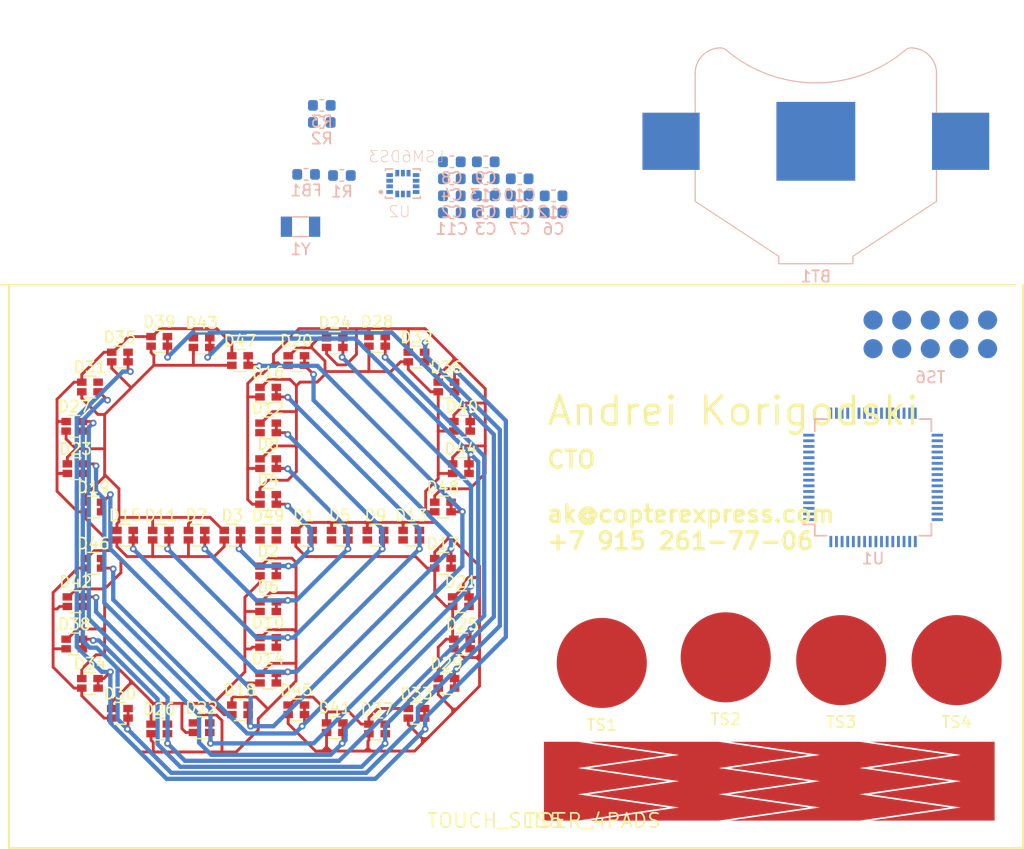
<source format=kicad_pcb>
(kicad_pcb (version 20171130) (host pcbnew 5.0.2+dfsg1-1~bpo9+1)
  (layers (0 F.Cu signal) (31 B.Cu signal) (34 B.Paste user) (35 F.Paste user) (36 B.SilkS user) (37 F.SilkS user) (38 B.Mask user) (39 F.Mask user) (44 Edge.Cuts user))
  (net 0 "")
  (net 1 LED_K0)
  (net 2 LED_K1)
  (net 3 LED_A0)
  (net 4 LED_K3)
  (net 5 LED_K2)
  (net 6 LED_K4)
  (net 7 LED_K5)
  (net 8 LED_K7)
  (net 9 LED_K6)
  (net 10 LED_K8)
  (net 11 LED_A1)
  (net 12 LED_A2)
  (net 13 LED_A3)
  (net 14 LED_A4)
  (net 15 LED_A5)
  (net 16 LED_A6)
  (net 17 LED_A7)
  (net 18 LED_A8)
  (net 19 VDD)
  (net 20 N$2)
  (net 21 MCU_AVDD)
  (net 22 GND)
  (net 23 N$7)
  (net 24 N$6)
  (net 25 N$13)
  (net 26 N$14)
  (net 27 N$5)
  (net 28 N$19)
  (net 29 N$20)
  (net 30 N$16)
  (net 31 N$15)
  (net 32 N$17)
  (net 33 N$18)
  (net 34 N$12)
  (net 35 N$11)
  (net 36 TOUCH_PAD0)
  (net 37 N$1)
  (net 38 TOUCH_PAD1)
  (net 39 TOUCH_PAD2)
  (net 40 TOUCH_PAD3)
  (net 41 N$21)
  (net 42 N$22)
  (net 43 N$23)
  (net 44 N$24)
  (net 45 N$8)
  (net 46 N$10)
  (net 47 N$9)
  (net 48 N$25)
  (net 49 N$26)
  (net 50 LED_K9)
  (net 51 LED_K10)
  (net 52 LED_K11)
  (module footprints:LED_DUAL_0606 (layer F.Cu) (at 96.175 57.2)
    (fp_text reference D1 (at 0 -1.75) (layer F.SilkS))
    (fp_text value LED_Dual_AACC)
    (pad 3 smd rect (at 0.725 -0.425) (size 0.85 0.65) (layers F.Cu F.Paste F.Mask) (net 1 LED_K0))
    (pad 4 smd rect (at 0.725 0.425) (size 0.85 0.65) (layers F.Cu F.Paste F.Mask) (net 1 LED_K0))
    (pad 2 smd rect (at -0.725 0.425) (size 0.85 0.65) (layers F.Cu F.Paste F.Mask) (net 11 LED_A1))
    (pad 1 smd rect (at -0.725 -0.425) (size 0.85 0.65) (layers F.Cu F.Paste F.Mask) (net 3 LED_A0))
  )
  (module footprints:LED_DUAL_0606 (layer F.Cu) (at 93 60.375)
    (fp_text reference D2 (at 0 -1.75) (layer F.SilkS))
    (fp_text value LED_Dual_AACC)
    (pad 3 smd rect (at 0.725 -0.425) (size 0.85 0.65) (layers F.Cu F.Paste F.Mask) (net 1 LED_K0))
    (pad 4 smd rect (at 0.725 0.425) (size 0.85 0.65) (layers F.Cu F.Paste F.Mask) (net 1 LED_K0))
    (pad 2 smd rect (at -0.725 0.425) (size 0.85 0.65) (layers F.Cu F.Paste F.Mask) (net 13 LED_A3))
    (pad 1 smd rect (at -0.725 -0.425) (size 0.85 0.65) (layers F.Cu F.Paste F.Mask) (net 12 LED_A2))
  )
  (module footprints:LED_DUAL_0606 (layer F.Cu) (at 89.825 57.2)
    (fp_text reference D3 (at 0 -1.75) (layer F.SilkS))
    (fp_text value LED_Dual_AACC)
    (pad 3 smd rect (at 0.725 -0.425) (size 0.85 0.65) (layers F.Cu F.Paste F.Mask) (net 1 LED_K0))
    (pad 4 smd rect (at 0.725 0.425) (size 0.85 0.65) (layers F.Cu F.Paste F.Mask) (net 1 LED_K0))
    (pad 2 smd rect (at -0.725 0.425) (size 0.85 0.65) (layers F.Cu F.Paste F.Mask) (net 15 LED_A5))
    (pad 1 smd rect (at -0.725 -0.425) (size 0.85 0.65) (layers F.Cu F.Paste F.Mask) (net 14 LED_A4))
  )
  (module footprints:LED_DUAL_0606 (layer F.Cu) (at 93 54.025)
    (fp_text reference D4 (at 0 -1.75) (layer F.SilkS))
    (fp_text value LED_Dual_AACC)
    (pad 3 smd rect (at 0.725 -0.425) (size 0.85 0.65) (layers F.Cu F.Paste F.Mask) (net 1 LED_K0))
    (pad 4 smd rect (at 0.725 0.425) (size 0.85 0.65) (layers F.Cu F.Paste F.Mask) (net 1 LED_K0))
    (pad 2 smd rect (at -0.725 0.425) (size 0.85 0.65) (layers F.Cu F.Paste F.Mask) (net 17 LED_A7))
    (pad 1 smd rect (at -0.725 -0.425) (size 0.85 0.65) (layers F.Cu F.Paste F.Mask) (net 16 LED_A6))
  )
  (module footprints:LED_DUAL_0606 (layer F.Cu) (at 99.35 57.2)
    (fp_text reference D5 (at 0 -1.75) (layer F.SilkS))
    (fp_text value LED_Dual_AACC)
    (pad 3 smd rect (at 0.725 -0.425) (size 0.85 0.65) (layers F.Cu F.Paste F.Mask) (net 2 LED_K1))
    (pad 4 smd rect (at 0.725 0.425) (size 0.85 0.65) (layers F.Cu F.Paste F.Mask) (net 2 LED_K1))
    (pad 2 smd rect (at -0.725 0.425) (size 0.85 0.65) (layers F.Cu F.Paste F.Mask) (net 11 LED_A1))
    (pad 1 smd rect (at -0.725 -0.425) (size 0.85 0.65) (layers F.Cu F.Paste F.Mask) (net 3 LED_A0))
  )
  (module footprints:LED_DUAL_0606 (layer F.Cu) (at 93 63.55)
    (fp_text reference D6 (at 0 -1.75) (layer F.SilkS))
    (fp_text value LED_Dual_AACC)
    (pad 3 smd rect (at 0.725 -0.425) (size 0.85 0.65) (layers F.Cu F.Paste F.Mask) (net 2 LED_K1))
    (pad 4 smd rect (at 0.725 0.425) (size 0.85 0.65) (layers F.Cu F.Paste F.Mask) (net 2 LED_K1))
    (pad 2 smd rect (at -0.725 0.425) (size 0.85 0.65) (layers F.Cu F.Paste F.Mask) (net 13 LED_A3))
    (pad 1 smd rect (at -0.725 -0.425) (size 0.85 0.65) (layers F.Cu F.Paste F.Mask) (net 12 LED_A2))
  )
  (module footprints:LED_DUAL_0606 (layer F.Cu) (at 86.65 57.2)
    (fp_text reference D7 (at 0 -1.75) (layer F.SilkS))
    (fp_text value LED_Dual_AACC)
    (pad 3 smd rect (at 0.725 -0.425) (size 0.85 0.65) (layers F.Cu F.Paste F.Mask) (net 2 LED_K1))
    (pad 4 smd rect (at 0.725 0.425) (size 0.85 0.65) (layers F.Cu F.Paste F.Mask) (net 2 LED_K1))
    (pad 2 smd rect (at -0.725 0.425) (size 0.85 0.65) (layers F.Cu F.Paste F.Mask) (net 15 LED_A5))
    (pad 1 smd rect (at -0.725 -0.425) (size 0.85 0.65) (layers F.Cu F.Paste F.Mask) (net 14 LED_A4))
  )
  (module footprints:LED_DUAL_0606 (layer F.Cu) (at 93 50.85)
    (fp_text reference D8 (at 0 -1.75) (layer F.SilkS))
    (fp_text value LED_Dual_AACC)
    (pad 3 smd rect (at 0.725 -0.425) (size 0.85 0.65) (layers F.Cu F.Paste F.Mask) (net 2 LED_K1))
    (pad 4 smd rect (at 0.725 0.425) (size 0.85 0.65) (layers F.Cu F.Paste F.Mask) (net 2 LED_K1))
    (pad 2 smd rect (at -0.725 0.425) (size 0.85 0.65) (layers F.Cu F.Paste F.Mask) (net 17 LED_A7))
    (pad 1 smd rect (at -0.725 -0.425) (size 0.85 0.65) (layers F.Cu F.Paste F.Mask) (net 16 LED_A6))
  )
  (module footprints:LED_DUAL_0606 (layer F.Cu) (at 102.525 57.2)
    (fp_text reference D9 (at 0 -1.75) (layer F.SilkS))
    (fp_text value LED_Dual_AACC)
    (pad 3 smd rect (at 0.725 -0.425) (size 0.85 0.65) (layers F.Cu F.Paste F.Mask) (net 5 LED_K2))
    (pad 4 smd rect (at 0.725 0.425) (size 0.85 0.65) (layers F.Cu F.Paste F.Mask) (net 5 LED_K2))
    (pad 2 smd rect (at -0.725 0.425) (size 0.85 0.65) (layers F.Cu F.Paste F.Mask) (net 11 LED_A1))
    (pad 1 smd rect (at -0.725 -0.425) (size 0.85 0.65) (layers F.Cu F.Paste F.Mask) (net 3 LED_A0))
  )
  (module footprints:LED_DUAL_0606 (layer F.Cu) (at 93 66.724999)
    (fp_text reference D10 (at 0 -1.75) (layer F.SilkS))
    (fp_text value LED_Dual_AACC)
    (pad 3 smd rect (at 0.725 -0.425) (size 0.85 0.65) (layers F.Cu F.Paste F.Mask) (net 5 LED_K2))
    (pad 4 smd rect (at 0.725 0.425) (size 0.85 0.65) (layers F.Cu F.Paste F.Mask) (net 5 LED_K2))
    (pad 2 smd rect (at -0.725 0.425) (size 0.85 0.65) (layers F.Cu F.Paste F.Mask) (net 13 LED_A3))
    (pad 1 smd rect (at -0.725 -0.425) (size 0.85 0.65) (layers F.Cu F.Paste F.Mask) (net 12 LED_A2))
  )
  (module footprints:LED_DUAL_0606 (layer F.Cu) (at 83.475 57.2)
    (fp_text reference D11 (at 0 -1.75) (layer F.SilkS))
    (fp_text value LED_Dual_AACC)
    (pad 3 smd rect (at 0.725 -0.425) (size 0.85 0.65) (layers F.Cu F.Paste F.Mask) (net 5 LED_K2))
    (pad 4 smd rect (at 0.725 0.425) (size 0.85 0.65) (layers F.Cu F.Paste F.Mask) (net 5 LED_K2))
    (pad 2 smd rect (at -0.725 0.425) (size 0.85 0.65) (layers F.Cu F.Paste F.Mask) (net 15 LED_A5))
    (pad 1 smd rect (at -0.725 -0.425) (size 0.85 0.65) (layers F.Cu F.Paste F.Mask) (net 14 LED_A4))
  )
  (module footprints:LED_DUAL_0606 (layer F.Cu) (at 93 47.675)
    (fp_text reference D12 (at 0 -1.75) (layer F.SilkS))
    (fp_text value LED_Dual_AACC)
    (pad 3 smd rect (at 0.725 -0.425) (size 0.85 0.65) (layers F.Cu F.Paste F.Mask) (net 5 LED_K2))
    (pad 4 smd rect (at 0.725 0.425) (size 0.85 0.65) (layers F.Cu F.Paste F.Mask) (net 5 LED_K2))
    (pad 2 smd rect (at -0.725 0.425) (size 0.85 0.65) (layers F.Cu F.Paste F.Mask) (net 17 LED_A7))
    (pad 1 smd rect (at -0.725 -0.425) (size 0.85 0.65) (layers F.Cu F.Paste F.Mask) (net 16 LED_A6))
  )
  (module footprints:LED_DUAL_0606 (layer F.Cu) (at 105.7 57.2)
    (fp_text reference D13 (at 0 -1.75) (layer F.SilkS))
    (fp_text value LED_Dual_AACC)
    (pad 3 smd rect (at 0.725 -0.425) (size 0.85 0.65) (layers F.Cu F.Paste F.Mask) (net 4 LED_K3))
    (pad 4 smd rect (at 0.725 0.425) (size 0.85 0.65) (layers F.Cu F.Paste F.Mask) (net 4 LED_K3))
    (pad 2 smd rect (at -0.725 0.425) (size 0.85 0.65) (layers F.Cu F.Paste F.Mask) (net 11 LED_A1))
    (pad 1 smd rect (at -0.725 -0.425) (size 0.85 0.65) (layers F.Cu F.Paste F.Mask) (net 3 LED_A0))
  )
  (module footprints:LED_DUAL_0606 (layer F.Cu) (at 93 69.9)
    (fp_text reference D14 (at 0 -1.75) (layer F.SilkS))
    (fp_text value LED_Dual_AACC)
    (pad 3 smd rect (at 0.725 -0.425) (size 0.85 0.65) (layers F.Cu F.Paste F.Mask) (net 4 LED_K3))
    (pad 4 smd rect (at 0.725 0.425) (size 0.85 0.65) (layers F.Cu F.Paste F.Mask) (net 4 LED_K3))
    (pad 2 smd rect (at -0.725 0.425) (size 0.85 0.65) (layers F.Cu F.Paste F.Mask) (net 13 LED_A3))
    (pad 1 smd rect (at -0.725 -0.425) (size 0.85 0.65) (layers F.Cu F.Paste F.Mask) (net 12 LED_A2))
  )
  (module footprints:LED_DUAL_0606 (layer F.Cu) (at 80.3 57.2)
    (fp_text reference D15 (at 0 -1.75) (layer F.SilkS))
    (fp_text value LED_Dual_AACC)
    (pad 3 smd rect (at 0.725 -0.425) (size 0.85 0.65) (layers F.Cu F.Paste F.Mask) (net 4 LED_K3))
    (pad 4 smd rect (at 0.725 0.425) (size 0.85 0.65) (layers F.Cu F.Paste F.Mask) (net 4 LED_K3))
    (pad 2 smd rect (at -0.725 0.425) (size 0.85 0.65) (layers F.Cu F.Paste F.Mask) (net 15 LED_A5))
    (pad 1 smd rect (at -0.725 -0.425) (size 0.85 0.65) (layers F.Cu F.Paste F.Mask) (net 14 LED_A4))
  )
  (module footprints:LED_DUAL_0606 (layer F.Cu) (at 93 44.5)
    (fp_text reference D16 (at 0 -1.75) (layer F.SilkS))
    (fp_text value LED_Dual_AACC)
    (pad 3 smd rect (at 0.725 -0.425) (size 0.85 0.65) (layers F.Cu F.Paste F.Mask) (net 4 LED_K3))
    (pad 4 smd rect (at 0.725 0.425) (size 0.85 0.65) (layers F.Cu F.Paste F.Mask) (net 4 LED_K3))
    (pad 2 smd rect (at -0.725 0.425) (size 0.85 0.65) (layers F.Cu F.Paste F.Mask) (net 17 LED_A7))
    (pad 1 smd rect (at -0.725 -0.425) (size 0.85 0.65) (layers F.Cu F.Paste F.Mask) (net 16 LED_A6))
  )
  (module footprints:LED_DUAL_0606 (layer F.Cu) (at 108.508852 59.699666)
    (fp_text reference D17 (at 0 -1.75) (layer F.SilkS))
    (fp_text value LED_Dual_AACC)
    (pad 3 smd rect (at 0.725 -0.425) (size 0.85 0.65) (layers F.Cu F.Paste F.Mask) (net 6 LED_K4))
    (pad 4 smd rect (at 0.725 0.425) (size 0.85 0.65) (layers F.Cu F.Paste F.Mask) (net 6 LED_K4))
    (pad 2 smd rect (at -0.725 0.425) (size 0.85 0.65) (layers F.Cu F.Paste F.Mask) (net 11 LED_A1))
    (pad 1 smd rect (at -0.725 -0.425) (size 0.85 0.65) (layers F.Cu F.Paste F.Mask) (net 3 LED_A0))
  )
  (module footprints:LED_DUAL_0606 (layer F.Cu) (at 90.500333 72.708852)
    (fp_text reference D18 (at 0 -1.75) (layer F.SilkS))
    (fp_text value LED_Dual_AACC)
    (pad 3 smd rect (at 0.725 -0.425) (size 0.85 0.65) (layers F.Cu F.Paste F.Mask) (net 6 LED_K4))
    (pad 4 smd rect (at 0.725 0.425) (size 0.85 0.65) (layers F.Cu F.Paste F.Mask) (net 6 LED_K4))
    (pad 2 smd rect (at -0.725 0.425) (size 0.85 0.65) (layers F.Cu F.Paste F.Mask) (net 13 LED_A3))
    (pad 1 smd rect (at -0.725 -0.425) (size 0.85 0.65) (layers F.Cu F.Paste F.Mask) (net 12 LED_A2))
  )
  (module footprints:LED_DUAL_0606 (layer F.Cu) (at 77.491147 54.700333)
    (fp_text reference D19 (at 0 -1.75) (layer F.SilkS))
    (fp_text value LED_Dual_AACC)
    (pad 3 smd rect (at 0.725 -0.425) (size 0.85 0.65) (layers F.Cu F.Paste F.Mask) (net 6 LED_K4))
    (pad 4 smd rect (at 0.725 0.425) (size 0.85 0.65) (layers F.Cu F.Paste F.Mask) (net 6 LED_K4))
    (pad 2 smd rect (at -0.725 0.425) (size 0.85 0.65) (layers F.Cu F.Paste F.Mask) (net 15 LED_A5))
    (pad 1 smd rect (at -0.725 -0.425) (size 0.85 0.65) (layers F.Cu F.Paste F.Mask) (net 14 LED_A4))
  )
  (module footprints:LED_DUAL_0606 (layer F.Cu) (at 95.499666 41.691147)
    (fp_text reference D20 (at 0 -1.75) (layer F.SilkS))
    (fp_text value LED_Dual_AACC)
    (pad 3 smd rect (at 0.725 -0.425) (size 0.85 0.65) (layers F.Cu F.Paste F.Mask) (net 6 LED_K4))
    (pad 4 smd rect (at 0.725 0.425) (size 0.85 0.65) (layers F.Cu F.Paste F.Mask) (net 6 LED_K4))
    (pad 2 smd rect (at -0.725 0.425) (size 0.85 0.65) (layers F.Cu F.Paste F.Mask) (net 17 LED_A7))
    (pad 1 smd rect (at -0.725 -0.425) (size 0.85 0.65) (layers F.Cu F.Paste F.Mask) (net 16 LED_A6))
  )
  (module footprints:LED_DUAL_0606 (layer F.Cu) (at 110.097919 63.107431)
    (fp_text reference D21 (at 0 -1.75) (layer F.SilkS))
    (fp_text value LED_Dual_AACC)
    (pad 3 smd rect (at 0.725 -0.425) (size 0.85 0.65) (layers F.Cu F.Paste F.Mask) (net 7 LED_K5))
    (pad 4 smd rect (at 0.725 0.425) (size 0.85 0.65) (layers F.Cu F.Paste F.Mask) (net 7 LED_K5))
    (pad 2 smd rect (at -0.725 0.425) (size 0.85 0.65) (layers F.Cu F.Paste F.Mask) (net 11 LED_A1))
    (pad 1 smd rect (at -0.725 -0.425) (size 0.85 0.65) (layers F.Cu F.Paste F.Mask) (net 3 LED_A0))
  )
  (module footprints:LED_DUAL_0606 (layer F.Cu) (at 87.092568 74.297919)
    (fp_text reference D22 (at 0 -1.75) (layer F.SilkS))
    (fp_text value LED_Dual_AACC)
    (pad 3 smd rect (at 0.725 -0.425) (size 0.85 0.65) (layers F.Cu F.Paste F.Mask) (net 7 LED_K5))
    (pad 4 smd rect (at 0.725 0.425) (size 0.85 0.65) (layers F.Cu F.Paste F.Mask) (net 7 LED_K5))
    (pad 2 smd rect (at -0.725 0.425) (size 0.85 0.65) (layers F.Cu F.Paste F.Mask) (net 13 LED_A3))
    (pad 1 smd rect (at -0.725 -0.425) (size 0.85 0.65) (layers F.Cu F.Paste F.Mask) (net 12 LED_A2))
  )
  (module footprints:LED_DUAL_0606 (layer F.Cu) (at 75.90208 51.292568)
    (fp_text reference D23 (at 0 -1.75) (layer F.SilkS))
    (fp_text value LED_Dual_AACC)
    (pad 3 smd rect (at 0.725 -0.425) (size 0.85 0.65) (layers F.Cu F.Paste F.Mask) (net 7 LED_K5))
    (pad 4 smd rect (at 0.725 0.425) (size 0.85 0.65) (layers F.Cu F.Paste F.Mask) (net 7 LED_K5))
    (pad 2 smd rect (at -0.725 0.425) (size 0.85 0.65) (layers F.Cu F.Paste F.Mask) (net 15 LED_A5))
    (pad 1 smd rect (at -0.725 -0.425) (size 0.85 0.65) (layers F.Cu F.Paste F.Mask) (net 14 LED_A4))
  )
  (module footprints:LED_DUAL_0606 (layer F.Cu) (at 98.907431 40.10208)
    (fp_text reference D24 (at 0 -1.75) (layer F.SilkS))
    (fp_text value LED_Dual_AACC)
    (pad 3 smd rect (at 0.725 -0.425) (size 0.85 0.65) (layers F.Cu F.Paste F.Mask) (net 7 LED_K5))
    (pad 4 smd rect (at 0.725 0.425) (size 0.85 0.65) (layers F.Cu F.Paste F.Mask) (net 7 LED_K5))
    (pad 2 smd rect (at -0.725 0.425) (size 0.85 0.65) (layers F.Cu F.Paste F.Mask) (net 17 LED_A7))
    (pad 1 smd rect (at -0.725 -0.425) (size 0.85 0.65) (layers F.Cu F.Paste F.Mask) (net 16 LED_A6))
  )
  (module footprints:LED_DUAL_0606 (layer F.Cu) (at 110.207279 66.865892)
    (fp_text reference D25 (at 0 -1.75) (layer F.SilkS))
    (fp_text value LED_Dual_AACC)
    (pad 3 smd rect (at 0.725 -0.425) (size 0.85 0.65) (layers F.Cu F.Paste F.Mask) (net 9 LED_K6))
    (pad 4 smd rect (at 0.725 0.425) (size 0.85 0.65) (layers F.Cu F.Paste F.Mask) (net 9 LED_K6))
    (pad 2 smd rect (at -0.725 0.425) (size 0.85 0.65) (layers F.Cu F.Paste F.Mask) (net 3 LED_A0))
    (pad 1 smd rect (at -0.725 -0.425) (size 0.85 0.65) (layers F.Cu F.Paste F.Mask) (net 11 LED_A1))
  )
  (module footprints:LED_DUAL_0606 (layer F.Cu) (at 83.334107 74.407279)
    (fp_text reference D26 (at 0 -1.75) (layer F.SilkS))
    (fp_text value LED_Dual_AACC)
    (pad 3 smd rect (at 0.725 -0.425) (size 0.85 0.65) (layers F.Cu F.Paste F.Mask) (net 9 LED_K6))
    (pad 4 smd rect (at 0.725 0.425) (size 0.85 0.65) (layers F.Cu F.Paste F.Mask) (net 9 LED_K6))
    (pad 2 smd rect (at -0.725 0.425) (size 0.85 0.65) (layers F.Cu F.Paste F.Mask) (net 12 LED_A2))
    (pad 1 smd rect (at -0.725 -0.425) (size 0.85 0.65) (layers F.Cu F.Paste F.Mask) (net 13 LED_A3))
  )
  (module footprints:LED_DUAL_0606 (layer F.Cu) (at 75.79272 47.534107)
    (fp_text reference D27 (at 0 -1.75) (layer F.SilkS))
    (fp_text value LED_Dual_AACC)
    (pad 3 smd rect (at 0.725 -0.425) (size 0.85 0.65) (layers F.Cu F.Paste F.Mask) (net 9 LED_K6))
    (pad 4 smd rect (at 0.725 0.425) (size 0.85 0.65) (layers F.Cu F.Paste F.Mask) (net 9 LED_K6))
    (pad 2 smd rect (at -0.725 0.425) (size 0.85 0.65) (layers F.Cu F.Paste F.Mask) (net 14 LED_A4))
    (pad 1 smd rect (at -0.725 -0.425) (size 0.85 0.65) (layers F.Cu F.Paste F.Mask) (net 15 LED_A5))
  )
  (module footprints:LED_DUAL_0606 (layer F.Cu) (at 102.665892 39.99272)
    (fp_text reference D28 (at 0 -1.75) (layer F.SilkS))
    (fp_text value LED_Dual_AACC)
    (pad 3 smd rect (at 0.725 -0.425) (size 0.85 0.65) (layers F.Cu F.Paste F.Mask) (net 9 LED_K6))
    (pad 4 smd rect (at 0.725 0.425) (size 0.85 0.65) (layers F.Cu F.Paste F.Mask) (net 9 LED_K6))
    (pad 2 smd rect (at -0.725 0.425) (size 0.85 0.65) (layers F.Cu F.Paste F.Mask) (net 16 LED_A6))
    (pad 1 smd rect (at -0.725 -0.425) (size 0.85 0.65) (layers F.Cu F.Paste F.Mask) (net 17 LED_A7))
  )
  (module footprints:LED_DUAL_0606 (layer F.Cu) (at 108.819045 70.360287)
    (fp_text reference D29 (at 0 -1.75) (layer F.SilkS))
    (fp_text value LED_Dual_AACC)
    (pad 3 smd rect (at 0.725 -0.425) (size 0.85 0.65) (layers F.Cu F.Paste F.Mask) (net 8 LED_K7))
    (pad 4 smd rect (at 0.725 0.425) (size 0.85 0.65) (layers F.Cu F.Paste F.Mask) (net 8 LED_K7))
    (pad 2 smd rect (at -0.725 0.425) (size 0.85 0.65) (layers F.Cu F.Paste F.Mask) (net 3 LED_A0))
    (pad 1 smd rect (at -0.725 -0.425) (size 0.85 0.65) (layers F.Cu F.Paste F.Mask) (net 11 LED_A1))
  )
  (module footprints:LED_DUAL_0606 (layer F.Cu) (at 79.839712 73.019045)
    (fp_text reference D30 (at 0 -1.75) (layer F.SilkS))
    (fp_text value LED_Dual_AACC)
    (pad 3 smd rect (at 0.725 -0.425) (size 0.85 0.65) (layers F.Cu F.Paste F.Mask) (net 8 LED_K7))
    (pad 4 smd rect (at 0.725 0.425) (size 0.85 0.65) (layers F.Cu F.Paste F.Mask) (net 8 LED_K7))
    (pad 2 smd rect (at -0.725 0.425) (size 0.85 0.65) (layers F.Cu F.Paste F.Mask) (net 12 LED_A2))
    (pad 1 smd rect (at -0.725 -0.425) (size 0.85 0.65) (layers F.Cu F.Paste F.Mask) (net 13 LED_A3))
  )
  (module footprints:LED_DUAL_0606 (layer F.Cu) (at 77.180954 44.039712)
    (fp_text reference D31 (at 0 -1.75) (layer F.SilkS))
    (fp_text value LED_Dual_AACC)
    (pad 3 smd rect (at 0.725 -0.425) (size 0.85 0.65) (layers F.Cu F.Paste F.Mask) (net 8 LED_K7))
    (pad 4 smd rect (at 0.725 0.425) (size 0.85 0.65) (layers F.Cu F.Paste F.Mask) (net 8 LED_K7))
    (pad 2 smd rect (at -0.725 0.425) (size 0.85 0.65) (layers F.Cu F.Paste F.Mask) (net 14 LED_A4))
    (pad 1 smd rect (at -0.725 -0.425) (size 0.85 0.65) (layers F.Cu F.Paste F.Mask) (net 15 LED_A5))
  )
  (module footprints:LED_DUAL_0606 (layer F.Cu) (at 106.160287 41.380954)
    (fp_text reference D32 (at 0 -1.75) (layer F.SilkS))
    (fp_text value LED_Dual_AACC)
    (pad 3 smd rect (at 0.725 -0.425) (size 0.85 0.65) (layers F.Cu F.Paste F.Mask) (net 8 LED_K7))
    (pad 4 smd rect (at 0.725 0.425) (size 0.85 0.65) (layers F.Cu F.Paste F.Mask) (net 8 LED_K7))
    (pad 2 smd rect (at -0.725 0.425) (size 0.85 0.65) (layers F.Cu F.Paste F.Mask) (net 16 LED_A6))
    (pad 1 smd rect (at -0.725 -0.425) (size 0.85 0.65) (layers F.Cu F.Paste F.Mask) (net 17 LED_A7))
  )
  (module footprints:LED_DUAL_0606 (layer F.Cu) (at 106.160287 73.019045)
    (fp_text reference D33 (at 0 -1.75) (layer F.SilkS))
    (fp_text value LED_Dual_AACC)
    (pad 3 smd rect (at 0.725 -0.425) (size 0.85 0.65) (layers F.Cu F.Paste F.Mask) (net 10 LED_K8))
    (pad 4 smd rect (at 0.725 0.425) (size 0.85 0.65) (layers F.Cu F.Paste F.Mask) (net 10 LED_K8))
    (pad 2 smd rect (at -0.725 0.425) (size 0.85 0.65) (layers F.Cu F.Paste F.Mask) (net 3 LED_A0))
    (pad 1 smd rect (at -0.725 -0.425) (size 0.85 0.65) (layers F.Cu F.Paste F.Mask) (net 11 LED_A1))
  )
  (module footprints:LED_DUAL_0606 (layer F.Cu) (at 77.180954 70.360287)
    (fp_text reference D34 (at 0 -1.75) (layer F.SilkS))
    (fp_text value LED_Dual_AACC)
    (pad 3 smd rect (at 0.725 -0.425) (size 0.85 0.65) (layers F.Cu F.Paste F.Mask) (net 10 LED_K8))
    (pad 4 smd rect (at 0.725 0.425) (size 0.85 0.65) (layers F.Cu F.Paste F.Mask) (net 10 LED_K8))
    (pad 2 smd rect (at -0.725 0.425) (size 0.85 0.65) (layers F.Cu F.Paste F.Mask) (net 12 LED_A2))
    (pad 1 smd rect (at -0.725 -0.425) (size 0.85 0.65) (layers F.Cu F.Paste F.Mask) (net 13 LED_A3))
  )
  (module footprints:LED_DUAL_0606 (layer F.Cu) (at 79.839712 41.380954)
    (fp_text reference D35 (at 0 -1.75) (layer F.SilkS))
    (fp_text value LED_Dual_AACC)
    (pad 3 smd rect (at 0.725 -0.425) (size 0.85 0.65) (layers F.Cu F.Paste F.Mask) (net 10 LED_K8))
    (pad 4 smd rect (at 0.725 0.425) (size 0.85 0.65) (layers F.Cu F.Paste F.Mask) (net 10 LED_K8))
    (pad 2 smd rect (at -0.725 0.425) (size 0.85 0.65) (layers F.Cu F.Paste F.Mask) (net 14 LED_A4))
    (pad 1 smd rect (at -0.725 -0.425) (size 0.85 0.65) (layers F.Cu F.Paste F.Mask) (net 15 LED_A5))
  )
  (module footprints:LED_DUAL_0606 (layer F.Cu) (at 108.819045 44.039712)
    (fp_text reference D36 (at 0 -1.75) (layer F.SilkS))
    (fp_text value LED_Dual_AACC)
    (pad 3 smd rect (at 0.725 -0.425) (size 0.85 0.65) (layers F.Cu F.Paste F.Mask) (net 10 LED_K8))
    (pad 4 smd rect (at 0.725 0.425) (size 0.85 0.65) (layers F.Cu F.Paste F.Mask) (net 10 LED_K8))
    (pad 2 smd rect (at -0.725 0.425) (size 0.85 0.65) (layers F.Cu F.Paste F.Mask) (net 16 LED_A6))
    (pad 1 smd rect (at -0.725 -0.425) (size 0.85 0.65) (layers F.Cu F.Paste F.Mask) (net 17 LED_A7))
  )
  (module footprints:LED_DUAL_0606 (layer F.Cu) (at 102.665892 74.407279)
    (fp_text reference D37 (at 0 -1.75) (layer F.SilkS))
    (fp_text value LED_Dual_AACC)
    (pad 3 smd rect (at 0.725 -0.425) (size 0.85 0.65) (layers F.Cu F.Paste F.Mask) (net 50 LED_K9))
    (pad 4 smd rect (at 0.725 0.425) (size 0.85 0.65) (layers F.Cu F.Paste F.Mask) (net 50 LED_K9))
    (pad 2 smd rect (at -0.725 0.425) (size 0.85 0.65) (layers F.Cu F.Paste F.Mask) (net 3 LED_A0))
    (pad 1 smd rect (at -0.725 -0.425) (size 0.85 0.65) (layers F.Cu F.Paste F.Mask) (net 11 LED_A1))
  )
  (module footprints:LED_DUAL_0606 (layer F.Cu) (at 75.79272 66.865892)
    (fp_text reference D38 (at 0 -1.75) (layer F.SilkS))
    (fp_text value LED_Dual_AACC)
    (pad 3 smd rect (at 0.725 -0.425) (size 0.85 0.65) (layers F.Cu F.Paste F.Mask) (net 50 LED_K9))
    (pad 4 smd rect (at 0.725 0.425) (size 0.85 0.65) (layers F.Cu F.Paste F.Mask) (net 50 LED_K9))
    (pad 2 smd rect (at -0.725 0.425) (size 0.85 0.65) (layers F.Cu F.Paste F.Mask) (net 12 LED_A2))
    (pad 1 smd rect (at -0.725 -0.425) (size 0.85 0.65) (layers F.Cu F.Paste F.Mask) (net 13 LED_A3))
  )
  (module footprints:LED_DUAL_0606 (layer F.Cu) (at 83.334107 39.99272)
    (fp_text reference D39 (at 0 -1.75) (layer F.SilkS))
    (fp_text value LED_Dual_AACC)
    (pad 3 smd rect (at 0.725 -0.425) (size 0.85 0.65) (layers F.Cu F.Paste F.Mask) (net 50 LED_K9))
    (pad 4 smd rect (at 0.725 0.425) (size 0.85 0.65) (layers F.Cu F.Paste F.Mask) (net 50 LED_K9))
    (pad 2 smd rect (at -0.725 0.425) (size 0.85 0.65) (layers F.Cu F.Paste F.Mask) (net 14 LED_A4))
    (pad 1 smd rect (at -0.725 -0.425) (size 0.85 0.65) (layers F.Cu F.Paste F.Mask) (net 15 LED_A5))
  )
  (module footprints:LED_DUAL_0606 (layer F.Cu) (at 110.207279 47.534107)
    (fp_text reference D40 (at 0 -1.75) (layer F.SilkS))
    (fp_text value LED_Dual_AACC)
    (pad 3 smd rect (at 0.725 -0.425) (size 0.85 0.65) (layers F.Cu F.Paste F.Mask) (net 50 LED_K9))
    (pad 4 smd rect (at 0.725 0.425) (size 0.85 0.65) (layers F.Cu F.Paste F.Mask) (net 50 LED_K9))
    (pad 2 smd rect (at -0.725 0.425) (size 0.85 0.65) (layers F.Cu F.Paste F.Mask) (net 16 LED_A6))
    (pad 1 smd rect (at -0.725 -0.425) (size 0.85 0.65) (layers F.Cu F.Paste F.Mask) (net 17 LED_A7))
  )
  (module footprints:LED_DUAL_0606 (layer F.Cu) (at 98.907431 74.297919)
    (fp_text reference D41 (at 0 -1.75) (layer F.SilkS))
    (fp_text value LED_Dual_AACC)
    (pad 3 smd rect (at 0.725 -0.425) (size 0.85 0.65) (layers F.Cu F.Paste F.Mask) (net 51 LED_K10))
    (pad 4 smd rect (at 0.725 0.425) (size 0.85 0.65) (layers F.Cu F.Paste F.Mask) (net 51 LED_K10))
    (pad 2 smd rect (at -0.725 0.425) (size 0.85 0.65) (layers F.Cu F.Paste F.Mask) (net 3 LED_A0))
    (pad 1 smd rect (at -0.725 -0.425) (size 0.85 0.65) (layers F.Cu F.Paste F.Mask) (net 11 LED_A1))
  )
  (module footprints:LED_DUAL_0606 (layer F.Cu) (at 75.90208 63.107431)
    (fp_text reference D42 (at 0 -1.75) (layer F.SilkS))
    (fp_text value LED_Dual_AACC)
    (pad 3 smd rect (at 0.725 -0.425) (size 0.85 0.65) (layers F.Cu F.Paste F.Mask) (net 51 LED_K10))
    (pad 4 smd rect (at 0.725 0.425) (size 0.85 0.65) (layers F.Cu F.Paste F.Mask) (net 51 LED_K10))
    (pad 2 smd rect (at -0.725 0.425) (size 0.85 0.65) (layers F.Cu F.Paste F.Mask) (net 12 LED_A2))
    (pad 1 smd rect (at -0.725 -0.425) (size 0.85 0.65) (layers F.Cu F.Paste F.Mask) (net 13 LED_A3))
  )
  (module footprints:LED_DUAL_0606 (layer F.Cu) (at 87.092568 40.10208)
    (fp_text reference D43 (at 0 -1.75) (layer F.SilkS))
    (fp_text value LED_Dual_AACC)
    (pad 3 smd rect (at 0.725 -0.425) (size 0.85 0.65) (layers F.Cu F.Paste F.Mask) (net 51 LED_K10))
    (pad 4 smd rect (at 0.725 0.425) (size 0.85 0.65) (layers F.Cu F.Paste F.Mask) (net 51 LED_K10))
    (pad 2 smd rect (at -0.725 0.425) (size 0.85 0.65) (layers F.Cu F.Paste F.Mask) (net 14 LED_A4))
    (pad 1 smd rect (at -0.725 -0.425) (size 0.85 0.65) (layers F.Cu F.Paste F.Mask) (net 15 LED_A5))
  )
  (module footprints:LED_DUAL_0606 (layer F.Cu) (at 110.097919 51.292568)
    (fp_text reference D44 (at 0 -1.75) (layer F.SilkS))
    (fp_text value LED_Dual_AACC)
    (pad 3 smd rect (at 0.725 -0.425) (size 0.85 0.65) (layers F.Cu F.Paste F.Mask) (net 51 LED_K10))
    (pad 4 smd rect (at 0.725 0.425) (size 0.85 0.65) (layers F.Cu F.Paste F.Mask) (net 51 LED_K10))
    (pad 2 smd rect (at -0.725 0.425) (size 0.85 0.65) (layers F.Cu F.Paste F.Mask) (net 16 LED_A6))
    (pad 1 smd rect (at -0.725 -0.425) (size 0.85 0.65) (layers F.Cu F.Paste F.Mask) (net 17 LED_A7))
  )
  (module footprints:LED_DUAL_0606 (layer F.Cu) (at 95.499666 72.708852)
    (fp_text reference D45 (at 0 -1.75) (layer F.SilkS))
    (fp_text value LED_Dual_AACC)
    (pad 3 smd rect (at 0.725 -0.425) (size 0.85 0.65) (layers F.Cu F.Paste F.Mask) (net 52 LED_K11))
    (pad 4 smd rect (at 0.725 0.425) (size 0.85 0.65) (layers F.Cu F.Paste F.Mask) (net 52 LED_K11))
    (pad 2 smd rect (at -0.725 0.425) (size 0.85 0.65) (layers F.Cu F.Paste F.Mask) (net 3 LED_A0))
    (pad 1 smd rect (at -0.725 -0.425) (size 0.85 0.65) (layers F.Cu F.Paste F.Mask) (net 11 LED_A1))
  )
  (module footprints:LED_DUAL_0606 (layer F.Cu) (at 77.491147 59.699666)
    (fp_text reference D46 (at 0 -1.75) (layer F.SilkS))
    (fp_text value LED_Dual_AACC)
    (pad 3 smd rect (at 0.725 -0.425) (size 0.85 0.65) (layers F.Cu F.Paste F.Mask) (net 52 LED_K11))
    (pad 4 smd rect (at 0.725 0.425) (size 0.85 0.65) (layers F.Cu F.Paste F.Mask) (net 52 LED_K11))
    (pad 2 smd rect (at -0.725 0.425) (size 0.85 0.65) (layers F.Cu F.Paste F.Mask) (net 12 LED_A2))
    (pad 1 smd rect (at -0.725 -0.425) (size 0.85 0.65) (layers F.Cu F.Paste F.Mask) (net 13 LED_A3))
  )
  (module footprints:LED_DUAL_0606 (layer F.Cu) (at 90.500333 41.691147)
    (fp_text reference D47 (at 0 -1.75) (layer F.SilkS))
    (fp_text value LED_Dual_AACC)
    (pad 3 smd rect (at 0.725 -0.425) (size 0.85 0.65) (layers F.Cu F.Paste F.Mask) (net 52 LED_K11))
    (pad 4 smd rect (at 0.725 0.425) (size 0.85 0.65) (layers F.Cu F.Paste F.Mask) (net 52 LED_K11))
    (pad 2 smd rect (at -0.725 0.425) (size 0.85 0.65) (layers F.Cu F.Paste F.Mask) (net 14 LED_A4))
    (pad 1 smd rect (at -0.725 -0.425) (size 0.85 0.65) (layers F.Cu F.Paste F.Mask) (net 15 LED_A5))
  )
  (module footprints:LED_DUAL_0606 (layer F.Cu) (at 108.508852 54.700333)
    (fp_text reference D48 (at 0 -1.75) (layer F.SilkS))
    (fp_text value LED_Dual_AACC)
    (pad 3 smd rect (at 0.725 -0.425) (size 0.85 0.65) (layers F.Cu F.Paste F.Mask) (net 52 LED_K11))
    (pad 4 smd rect (at 0.725 0.425) (size 0.85 0.65) (layers F.Cu F.Paste F.Mask) (net 52 LED_K11))
    (pad 2 smd rect (at -0.725 0.425) (size 0.85 0.65) (layers F.Cu F.Paste F.Mask) (net 16 LED_A6))
    (pad 1 smd rect (at -0.725 -0.425) (size 0.85 0.65) (layers F.Cu F.Paste F.Mask) (net 17 LED_A7))
  )
  (module footprints:LED_DUAL_0606 (layer F.Cu) (at 93 57.2)
    (fp_text reference D49 (at 0 -1.75) (layer F.SilkS))
    (fp_text value LED_Dual_AACC)
    (pad 3 smd rect (at 0.725 -0.425) (size 0.85 0.65) (layers F.Cu F.Paste F.Mask) (net 1 LED_K0))
    (pad 4 smd rect (at 0.725 0.425) (size 0.85 0.65) (layers F.Cu F.Paste F.Mask) (net 2 LED_K1))
    (pad 2 smd rect (at -0.725 0.425) (size 0.85 0.65) (layers F.Cu F.Paste F.Mask) (net 18 LED_A8))
    (pad 1 smd rect (at -0.725 -0.425) (size 0.85 0.65) (layers F.Cu F.Paste F.Mask) (net 18 LED_A8))
  )
  (module Inductor_SMD:L_0603_1608Metric (layer B.Cu) (at 96.3675 25.161291)
    (fp_text reference FB1 (at 0 1.43) (layer B.SilkS) (effects (justify mirror)))
    (fp_text value Ferrite_Bead_Small)
    (pad 2 smd roundrect (at 0.7875 0) (size 0.875 0.95) (layers B.Cu B.Paste B.Mask) (net 20 N$2))
    (pad 1 smd roundrect (at -0.7875 0) (size 0.875 0.95) (layers B.Cu B.Paste B.Mask) (net 19 VDD))
  )
  (module Resistor_SMD:R_0603_1608Metric (layer B.Cu) (at 99.5425 25.261291)
    (fp_text reference R1 (at 0 1.43) (layer B.SilkS) (effects (justify mirror)))
    (fp_text value 1)
    (pad 2 smd roundrect (at 0.7875 0) (size 0.875 0.95) (layers B.Cu B.Paste B.Mask) (net 21 MCU_AVDD))
    (pad 1 smd roundrect (at -0.7875 0) (size 0.875 0.95) (layers B.Cu B.Paste B.Mask) (net 20 N$2))
  )
  (module Package_QFP:LQFP-64_10x10mm_P0.5mm (layer B.Cu) (at 146.685 52.07)
    (fp_text reference U1 (at 0 7.2) (layer B.SilkS) (effects (justify mirror)))
    (fp_text value EFM32LG232F64)
    (pad 64 smd rect (at -3.75 5.7 270) (size 1 0.25) (layers B.Cu B.Paste B.Mask) (net 52 LED_K11))
    (pad 63 smd rect (at -3.25 5.7 270) (size 1 0.25) (layers B.Cu B.Paste B.Mask) (net 51 LED_K10))
    (pad 62 smd rect (at -2.75 5.7 270) (size 1 0.25) (layers B.Cu B.Paste B.Mask) (net 50 LED_K9))
    (pad 61 smd rect (at -2.25 5.7 270) (size 1 0.25) (layers B.Cu B.Paste B.Mask) (net 10 LED_K8))
    (pad 60 smd rect (at -1.75 5.7 270) (size 1 0.25) (layers B.Cu B.Paste B.Mask) (net 8 LED_K7))
    (pad 59 smd rect (at -1.25 5.7 270) (size 1 0.25) (layers B.Cu B.Paste B.Mask) (net 9 LED_K6))
    (pad 58 smd rect (at -0.75 5.7 270) (size 1 0.25) (layers B.Cu B.Paste B.Mask) (net 7 LED_K5))
    (pad 57 smd rect (at -0.25 5.7 270) (size 1 0.25) (layers B.Cu B.Paste B.Mask) (net 6 LED_K4))
    (pad 56 smd rect (at 0.25 5.7 270) (size 1 0.25) (layers B.Cu B.Paste B.Mask) (net 22 GND))
    (pad 55 smd rect (at 0.75 5.7 270) (size 1 0.25) (layers B.Cu B.Paste B.Mask) (net 19 VDD))
    (pad 54 smd rect (at 1.25 5.7 270) (size 1 0.25) (layers B.Cu B.Paste B.Mask) (net 4 LED_K3))
    (pad 53 smd rect (at 1.75 5.7 270) (size 1 0.25) (layers B.Cu B.Paste B.Mask) (net 5 LED_K2))
    (pad 52 smd rect (at 2.25 5.7 270) (size 1 0.25) (layers B.Cu B.Paste B.Mask) (net 2 LED_K1))
    (pad 51 smd rect (at 2.75 5.7 270) (size 1 0.25) (layers B.Cu B.Paste B.Mask) (net 1 LED_K0))
    (pad 50 smd rect (at 3.25 5.7 270) (size 1 0.25) (layers B.Cu B.Paste B.Mask) (net 47 N$9))
    (pad 49 smd rect (at 3.75 5.7 270) (size 1 0.25) (layers B.Cu B.Paste B.Mask) (net 46 N$10))
    (pad 48 smd rect (at 5.7 3.75) (size 1 0.25) (layers B.Cu B.Paste B.Mask) (net 45 N$8))
    (pad 47 smd rect (at 5.7 3.25) (size 1 0.25) (layers B.Cu B.Paste B.Mask) (net 44 N$24))
    (pad 46 smd rect (at 5.7 2.75) (size 1 0.25) (layers B.Cu B.Paste B.Mask) (net 43 N$23))
    (pad 45 smd rect (at 5.7 2.25) (size 1 0.25) (layers B.Cu B.Paste B.Mask) (net 42 N$22))
    (pad 44 smd rect (at 5.7 1.75) (size 1 0.25) (layers B.Cu B.Paste B.Mask) (net 41 N$21))
    (pad 43 smd rect (at 5.7 1.25) (size 1 0.25) (layers B.Cu B.Paste B.Mask) (net 40 TOUCH_PAD3))
    (pad 42 smd rect (at 5.7 0.75) (size 1 0.25) (layers B.Cu B.Paste B.Mask) (net 39 TOUCH_PAD2))
    (pad 41 smd rect (at 5.7 0.25) (size 1 0.25) (layers B.Cu B.Paste B.Mask) (net 38 TOUCH_PAD1))
    (pad 40 smd rect (at 5.7 -0.25) (size 1 0.25) (layers B.Cu B.Paste B.Mask) (net 37 N$1))
    (pad 39 smd rect (at 5.7 -0.75) (size 1 0.25) (layers B.Cu B.Paste B.Mask) (net 19 VDD))
    (pad 38 smd rect (at 5.7 -1.25) (size 1 0.25) (layers B.Cu B.Paste B.Mask) (net 22 GND))
    (pad 37 smd rect (at 5.7 -1.75) (size 1 0.25) (layers B.Cu B.Paste B.Mask) (net 36 TOUCH_PAD0))
    (pad 36 smd rect (at 5.7 -2.25) (size 1 0.25) (layers B.Cu B.Paste B.Mask) (net 22 GND))
    (pad 35 smd rect (at 5.7 -2.75) (size 1 0.25) (layers B.Cu B.Paste B.Mask) (net 35 N$11))
    (pad 34 smd rect (at 5.7 -3.25) (size 1 0.25) (layers B.Cu B.Paste B.Mask) (net 34 N$12))
    (pad 33 smd rect (at 5.7 -3.75) (size 1 0.25) (layers B.Cu B.Paste B.Mask) (net 22 GND))
    (pad 32 smd rect (at 3.75 -5.7 270) (size 1 0.25) (layers B.Cu B.Paste B.Mask) (net 22 GND))
    (pad 31 smd rect (at 3.25 -5.7 270) (size 1 0.25) (layers B.Cu B.Paste B.Mask) (net 33 N$18))
    (pad 30 smd rect (at 2.75 -5.7 270) (size 1 0.25) (layers B.Cu B.Paste B.Mask) (net 32 N$17))
    (pad 29 smd rect (at 2.25 -5.7 270) (size 1 0.25) (layers B.Cu B.Paste B.Mask) (net 31 N$15))
    (pad 28 smd rect (at 1.75 -5.7 270) (size 1 0.25) (layers B.Cu B.Paste B.Mask) (net 30 N$16))
    (pad 27 smd rect (at 1.25 -5.7 270) (size 1 0.25) (layers B.Cu B.Paste B.Mask) (net 21 MCU_AVDD))
    (pad 26 smd rect (at 0.75 -5.7 270) (size 1 0.25) (layers B.Cu B.Paste B.Mask) (net 19 VDD))
    (pad 25 smd rect (at 0.25 -5.7 270) (size 1 0.25) (layers B.Cu B.Paste B.Mask) (net 29 N$20))
    (pad 24 smd rect (at -0.25 -5.7 270) (size 1 0.25) (layers B.Cu B.Paste B.Mask) (net 28 N$19))
    (pad 23 smd rect (at -0.75 -5.7 270) (size 1 0.25) (layers B.Cu B.Paste B.Mask) (net 21 MCU_AVDD))
    (pad 22 smd rect (at -1.25 -5.7 270) (size 1 0.25) (layers B.Cu B.Paste B.Mask) (net 22 GND))
    (pad 21 smd rect (at -1.75 -5.7 270) (size 1 0.25) (layers B.Cu B.Paste B.Mask) (net 22 GND))
    (pad 20 smd rect (at -2.25 -5.7 270) (size 1 0.25) (layers B.Cu B.Paste B.Mask) (net 27 N$5))
    (pad 19 smd rect (at -2.75 -5.7 270) (size 1 0.25) (layers B.Cu B.Paste B.Mask) (net 18 LED_A8))
    (pad 18 smd rect (at -3.25 -5.7 270) (size 1 0.25) (layers B.Cu B.Paste B.Mask) (net 17 LED_A7))
    (pad 17 smd rect (at -3.75 -5.7 270) (size 1 0.25) (layers B.Cu B.Paste B.Mask) (net 16 LED_A6))
    (pad 16 smd rect (at -5.7 -3.75) (size 1 0.25) (layers B.Cu B.Paste B.Mask) (net 26 N$14))
    (pad 15 smd rect (at -5.7 -3.25) (size 1 0.25) (layers B.Cu B.Paste B.Mask) (net 25 N$13))
    (pad 14 smd rect (at -5.7 -2.75) (size 1 0.25) (layers B.Cu B.Paste B.Mask) (net 49 N$26))
    (pad 13 smd rect (at -5.7 -2.25) (size 1 0.25) (layers B.Cu B.Paste B.Mask) (net 48 N$25))
    (pad 12 smd rect (at -5.7 -1.75) (size 1 0.25) (layers B.Cu B.Paste B.Mask) (net 22 GND))
    (pad 11 smd rect (at -5.7 -1.25) (size 1 0.25) (layers B.Cu B.Paste B.Mask) (net 22 GND))
    (pad 10 smd rect (at -5.7 -0.75) (size 1 0.25) (layers B.Cu B.Paste B.Mask) (net 24 N$6))
    (pad 9 smd rect (at -5.7 -0.25) (size 1 0.25) (layers B.Cu B.Paste B.Mask) (net 23 N$7))
    (pad 8 smd rect (at -5.7 0.25) (size 1 0.25) (layers B.Cu B.Paste B.Mask) (net 22 GND))
    (pad 7 smd rect (at -5.7 0.75) (size 1 0.25) (layers B.Cu B.Paste B.Mask) (net 19 VDD))
    (pad 6 smd rect (at -5.7 1.25) (size 1 0.25) (layers B.Cu B.Paste B.Mask) (net 15 LED_A5))
    (pad 5 smd rect (at -5.7 1.75) (size 1 0.25) (layers B.Cu B.Paste B.Mask) (net 14 LED_A4))
    (pad 4 smd rect (at -5.7 2.25) (size 1 0.25) (layers B.Cu B.Paste B.Mask) (net 13 LED_A3))
    (pad 3 smd rect (at -5.7 2.75) (size 1 0.25) (layers B.Cu B.Paste B.Mask) (net 12 LED_A2))
    (pad 2 smd rect (at -5.7 3.25) (size 1 0.25) (layers B.Cu B.Paste B.Mask) (net 11 LED_A1))
    (pad 1 smd rect (at -5.7 3.75) (size 1 0.25) (layers B.Cu B.Paste B.Mask) (net 3 LED_A0))
  )
  (module Crystal:Crystal_SMD_3215-2Pin_3.2x1.5mm (layer B.Cu) (at 95.87 29.81)
    (fp_text reference Y1 (at 0 2) (layer B.SilkS) (effects (justify mirror)))
    (fp_text value 32768Hz)
    (pad 2 smd rect (at -1.25 0) (size 1 1.8) (layers B.Cu B.Paste B.Mask) (net 26 N$14))
    (pad 1 smd rect (at 1.25 0) (size 1 1.8) (layers B.Cu B.Paste B.Mask) (net 25 N$13))
  )
  (module Capacitor_SMD:C_0603_1608Metric (layer B.Cu) (at 115.321371 27.06629)
    (fp_text reference C1 (at 0 1.43) (layer B.SilkS) (effects (justify mirror)))
    (fp_text value 1uF)
    (pad 2 smd roundrect (at 0.7875 0) (size 0.875 0.95) (layers B.Cu B.Paste B.Mask) (net 22 GND))
    (pad 1 smd roundrect (at -0.7875 0) (size 0.875 0.95) (layers B.Cu B.Paste B.Mask) (net 37 N$1))
  )
  (module Capacitor_SMD:C_0603_1608Metric (layer B.Cu) (at 109.301371 27.06629)
    (fp_text reference C2 (at 0 1.43) (layer B.SilkS) (effects (justify mirror)))
    (fp_text value 0.1uF)
    (pad 2 smd roundrect (at 0.7875 0) (size 0.875 0.95) (layers B.Cu B.Paste B.Mask) (net 22 GND))
    (pad 1 smd roundrect (at -0.7875 0) (size 0.875 0.95) (layers B.Cu B.Paste B.Mask) (net 19 VDD))
  )
  (module Capacitor_SMD:C_0603_1608Metric (layer B.Cu) (at 112.311371 28.57629)
    (fp_text reference C3 (at 0 1.43) (layer B.SilkS) (effects (justify mirror)))
    (fp_text value 0.1uF)
    (pad 2 smd roundrect (at 0.7875 0) (size 0.875 0.95) (layers B.Cu B.Paste B.Mask) (net 22 GND))
    (pad 1 smd roundrect (at -0.7875 0) (size 0.875 0.95) (layers B.Cu B.Paste B.Mask) (net 19 VDD))
  )
  (module Capacitor_SMD:C_0603_1608Metric (layer B.Cu) (at 109.301371 25.55629)
    (fp_text reference C4 (at 0 1.43) (layer B.SilkS) (effects (justify mirror)))
    (fp_text value 0.1uF)
    (pad 2 smd roundrect (at 0.7875 0) (size 0.875 0.95) (layers B.Cu B.Paste B.Mask) (net 22 GND))
    (pad 1 smd roundrect (at -0.7875 0) (size 0.875 0.95) (layers B.Cu B.Paste B.Mask) (net 19 VDD))
  )
  (module Capacitor_SMD:C_0603_1608Metric (layer B.Cu) (at 112.311371 27.06629)
    (fp_text reference C5 (at 0 1.43) (layer B.SilkS) (effects (justify mirror)))
    (fp_text value 10uF)
    (pad 2 smd roundrect (at 0.7875 0) (size 0.875 0.95) (layers B.Cu B.Paste B.Mask) (net 22 GND))
    (pad 1 smd roundrect (at -0.7875 0) (size 0.875 0.95) (layers B.Cu B.Paste B.Mask) (net 19 VDD))
  )
  (module Capacitor_SMD:C_0603_1608Metric (layer B.Cu) (at 118.331371 28.57629)
    (fp_text reference C6 (at 0 1.43) (layer B.SilkS) (effects (justify mirror)))
    (fp_text value 10nF)
    (pad 2 smd roundrect (at 0.7875 0) (size 0.875 0.95) (layers B.Cu B.Paste B.Mask) (net 22 GND))
    (pad 1 smd roundrect (at -0.7875 0) (size 0.875 0.95) (layers B.Cu B.Paste B.Mask) (net 21 MCU_AVDD))
  )
  (module Capacitor_SMD:C_0603_1608Metric (layer B.Cu) (at 115.321371 28.57629)
    (fp_text reference C7 (at 0 1.43) (layer B.SilkS) (effects (justify mirror)))
    (fp_text value 10nF)
    (pad 2 smd roundrect (at 0.7875 0) (size 0.875 0.95) (layers B.Cu B.Paste B.Mask) (net 22 GND))
    (pad 1 smd roundrect (at -0.7875 0) (size 0.875 0.95) (layers B.Cu B.Paste B.Mask) (net 21 MCU_AVDD))
  )
  (module Capacitor_SMD:C_0603_1608Metric (layer B.Cu) (at 109.301371 24.04629)
    (fp_text reference C8 (at 0 1.43) (layer B.SilkS) (effects (justify mirror)))
    (fp_text value 10uF)
    (pad 2 smd roundrect (at 0.7875 0) (size 0.875 0.95) (layers B.Cu B.Paste B.Mask) (net 22 GND))
    (pad 1 smd roundrect (at -0.7875 0) (size 0.875 0.95) (layers B.Cu B.Paste B.Mask) (net 21 MCU_AVDD))
  )
  (module Capacitor_SMD:C_0603_1608Metric (layer B.Cu) (at 112.311371 24.04629)
    (fp_text reference C9 (at 0 1.43) (layer B.SilkS) (effects (justify mirror)))
    (fp_text value 0.1uF)
    (pad 2 smd roundrect (at 0.7875 0) (size 0.875 0.95) (layers B.Cu B.Paste B.Mask) (net 22 GND))
    (pad 1 smd roundrect (at -0.7875 0) (size 0.875 0.95) (layers B.Cu B.Paste B.Mask) (net 19 VDD))
  )
  (module Capacitor_SMD:C_0603_1608Metric (layer B.Cu) (at 115.321371 25.55629)
    (fp_text reference C10 (at 0 1.43) (layer B.SilkS) (effects (justify mirror)))
    (fp_text value 3.3uF)
    (pad 2 smd roundrect (at 0.7875 0) (size 0.875 0.95) (layers B.Cu B.Paste B.Mask) (net 22 GND))
    (pad 1 smd roundrect (at -0.7875 0) (size 0.875 0.95) (layers B.Cu B.Paste B.Mask) (net 19 VDD))
  )
  (module Capacitor_SMD:C_0603_1608Metric (layer B.Cu) (at 109.301371 28.57629)
    (fp_text reference C11 (at 0 1.43) (layer B.SilkS) (effects (justify mirror)))
    (fp_text value 100uF)
    (pad 2 smd roundrect (at 0.7875 0) (size 0.875 0.95) (layers B.Cu B.Paste B.Mask) (net 22 GND))
    (pad 1 smd roundrect (at -0.7875 0) (size 0.875 0.95) (layers B.Cu B.Paste B.Mask) (net 19 VDD))
  )
  (module Capacitor_SMD:C_0603_1608Metric (layer B.Cu) (at 118.331371 27.06629)
    (fp_text reference C12 (at 0 1.43) (layer B.SilkS) (effects (justify mirror)))
    (fp_text value 0.1uF)
    (pad 2 smd roundrect (at 0.7875 0) (size 0.875 0.95) (layers B.Cu B.Paste B.Mask) (net 22 GND))
    (pad 1 smd roundrect (at -0.7875 0) (size 0.875 0.95) (layers B.Cu B.Paste B.Mask) (net 19 VDD))
  )
  (module Capacitor_SMD:C_0603_1608Metric (layer B.Cu) (at 112.311371 25.55629)
    (fp_text reference C13 (at 0 1.43) (layer B.SilkS) (effects (justify mirror)))
    (fp_text value 0.1uF)
    (pad 2 smd roundrect (at 0.7875 0) (size 0.875 0.95) (layers B.Cu B.Paste B.Mask) (net 22 GND))
    (pad 1 smd roundrect (at -0.7875 0) (size 0.875 0.95) (layers B.Cu B.Paste B.Mask) (net 19 VDD))
  )
  (module Resistor_SMD:R_0603_1608Metric (layer B.Cu) (at 97.761371 20.54629)
    (fp_text reference R2 (at 0 1.43) (layer B.SilkS) (effects (justify mirror)))
    (fp_text value 0)
    (pad 2 smd roundrect (at 0.7875 0) (size 0.875 0.95) (layers B.Cu B.Paste B.Mask) (net 22 GND))
    (pad 1 smd roundrect (at -0.7875 0) (size 0.875 0.95) (layers B.Cu B.Paste B.Mask) (net 48 N$25))
  )
  (module Resistor_SMD:R_0603_1608Metric (layer B.Cu) (at 97.761371 19.03629)
    (fp_text reference R3 (at 0 1.43) (layer B.SilkS) (effects (justify mirror)))
    (fp_text value 0)
    (pad 2 smd roundrect (at 0.7875 0) (size 0.875 0.95) (layers B.Cu B.Paste B.Mask) (net 22 GND))
    (pad 1 smd roundrect (at -0.7875 0) (size 0.875 0.95) (layers B.Cu B.Paste B.Mask) (net 49 N$26))
  )
  (module footprints:LSM6DS3 (layer B.Cu) (at 104.95637 25.976291)
    (fp_text reference U2 (at -0.31031 2.48754) (layer B.SilkS) (effects (font (size 1.00102 1.00102) (thickness 0.05)) (justify mirror)))
    (fp_text value LSM6DS3 (at 0.325055 -2.39047) (layer B.SilkS) (effects (font (size 1.0002 1.0002) (thickness 0.05)) (justify mirror)))
    (pad 4 smd rect (at -1.175 -0.75 180) (size 0.58 0.35) (layers B.Cu B.Paste B.Mask) (net 28 N$19))
    (pad 3 smd rect (at -1.175 -0.25 180) (size 0.58 0.35) (layers B.Cu B.Paste B.Mask) (net 22 GND))
    (pad 2 smd rect (at -1.175 0.25 180) (size 0.58 0.35) (layers B.Cu B.Paste B.Mask) (net 22 GND))
    (pad 1 smd rect (at -1.175 0.75 180) (size 0.58 0.35) (layers B.Cu B.Paste B.Mask) (net 31 N$15))
    (pad 7 smd rect (at 0.5 -0.925 270) (size 0.58 0.35) (layers B.Cu B.Paste B.Mask) (net 22 GND))
    (pad 6 smd rect (at 0 -0.925 270) (size 0.58 0.35) (layers B.Cu B.Paste B.Mask) (net 22 GND))
    (pad 5 smd rect (at -0.5 -0.925 270) (size 0.58 0.35) (layers B.Cu B.Paste B.Mask) (net 19 VDD))
    (pad 8 smd rect (at 1.175 -0.75 180) (size 0.58 0.35) (layers B.Cu B.Paste B.Mask) (net 19 VDD))
    (pad 9 smd rect (at 1.175 -0.25 180) (size 0.58 0.35) (layers B.Cu B.Paste B.Mask) (net 29 N$20))
    (pad 10 smd rect (at 1.175 0.25 180) (size 0.58 0.35) (layers B.Cu B.Paste B.Mask))
    (pad 11 smd rect (at 1.175 0.75 180) (size 0.58 0.35) (layers B.Cu B.Paste B.Mask))
    (pad 12 smd rect (at 0.5 0.925 270) (size 0.58 0.35) (layers B.Cu B.Paste B.Mask) (net 33 N$18))
    (pad 13 smd rect (at 0 0.925 270) (size 0.58 0.35) (layers B.Cu B.Paste B.Mask) (net 32 N$17))
    (pad 14 smd rect (at -0.5 0.925 270) (size 0.58 0.35) (layers B.Cu B.Paste B.Mask) (net 30 N$16))
  )
  (module footprints:TouchPad_D8.0mm (layer F.Cu) (at 122.61 68.55)
    (fp_text reference TS1 (at 0 5.5) (layer F.SilkS))
    (fp_text value TOUCH_PAD)
    (pad 1 smd circle (at 0 0) (size 8 8) (layers F.Cu) (net 36 TOUCH_PAD0))
  )
  (module footprints:TouchPad_D8.0mm (layer F.Cu) (at 133.61 68.05)
    (fp_text reference TS2 (at 0 5.5) (layer F.SilkS))
    (fp_text value TOUCH_PAD)
    (pad 1 smd circle (at 0 0) (size 8 8) (layers F.Cu) (net 38 TOUCH_PAD1))
  )
  (module footprints:TouchPad_D8.0mm (layer F.Cu) (at 143.86 68.3)
    (fp_text reference TS3 (at 0 5.5) (layer F.SilkS))
    (fp_text value TOUCH_PAD)
    (pad 1 smd circle (at 0 0) (size 8 8) (layers F.Cu) (net 39 TOUCH_PAD2))
  )
  (module footprints:TouchPad_D8.0mm (layer F.Cu) (at 154.1 68.3)
    (fp_text reference TS4 (at 0 5.5) (layer F.SilkS))
    (fp_text value TOUCH_PAD)
    (pad 1 smd circle (at 0 0) (size 8 8) (layers F.Cu) (net 40 TOUCH_PAD3))
  )
  (module footprints:TestPoints_2x05_P2.54_D1.7 (layer B.Cu) (at 151.765 39.37)
    (fp_text reference TS6 (at 0 3.81) (layer B.SilkS) (effects (justify mirror)))
    (fp_text value POGO_10PADS)
    (pad 5 smd circle (at 0 -1.27) (size 1.7 1.7) (layers B.Cu B.Mask) (net 23 N$7))
    (pad 4 smd circle (at -2.54 1.27) (size 1.7 1.7) (layers B.Cu B.Mask) (net 24 N$6))
    (pad 3 smd circle (at -2.54 -1.27) (size 1.7 1.7) (layers B.Cu B.Mask) (net 27 N$5))
    (pad 2 smd circle (at -5.08 1.27) (size 1.7 1.7) (layers B.Cu B.Mask) (net 22 GND))
    (pad 1 smd circle (at -5.08 -1.27) (size 1.7 1.7) (layers B.Cu B.Mask) (net 19 VDD))
    (pad 10 smd circle (at 5.08 1.27) (size 1.7 1.7) (layers B.Cu B.Mask) (net 34 N$12))
    (pad 9 smd circle (at 5.08 -1.27) (size 1.7 1.7) (layers B.Cu B.Mask) (net 35 N$11))
    (pad 8 smd circle (at 2.54 1.27) (size 1.7 1.7) (layers B.Cu B.Mask) (net 46 N$10))
    (pad 7 smd circle (at 2.54 -1.27) (size 1.7 1.7) (layers B.Cu B.Mask) (net 47 N$9))
    (pad 6 smd circle (at 0 1.27) (size 1.7 1.7) (layers B.Cu B.Mask) (net 45 N$8))
  )
  (module footprints:BatteryHolder_Keystone_3026_1x2016 (layer B.Cu) (at 141.605 22.225)
    (fp_text reference BT1 (at 0 12) (layer B.SilkS) (effects (justify mirror)))
    (fp_text value Battery_Cell)
    (pad 1 smd rect (at -12.85 0) (size 5.08 5.08) (layers B.Cu B.Paste B.Mask) (net 19 VDD))
    (pad 1 smd rect (at 12.85 0) (size 5.08 5.08) (layers B.Cu B.Paste B.Mask) (net 19 VDD))
    (pad 2 smd rect (at 0 0) (size 7 7) (layers B.Cu B.Mask) (net 22 GND))
  )
  (module footprints:TouchSlider-4_40x7mm (layer F.Cu) (at 117.475 82.55)
    (fp_text reference TS5 (at 0 0) (layer F.SilkS) (effects (font (size 1.27 1.27))))
    (fp_text value TOUCH_SLIDER_4PADS (at 0 0) (layer F.SilkS) (effects (font (size 1.27 1.27))))
    (pad 1 smd custom (at 1.5 -3.5) (size 2.333333 2.333333) (layers F.Cu) (net 41 N$21) (options (clearance outline) (anchor circle)) (primitives (gr_poly (pts (xy -1.5 -3.5) (xy 1.5 -3.5) (xy 9.5 -2.333333) (xy 1.5 -1.166667) (xy 9.5 0) (xy 1.5 1.166667) (xy 9.5 2.333333) (xy 1.5 3.5) (xy -1.5 3.5)) (width 0))))
    (pad 2 smd custom (at 13.75 -3.5) (size 2.333333 2.333333) (layers F.Cu) (net 42 N$22) (options (clearance outline) (anchor circle)) (primitives (gr_poly (pts (xy -9.75 -3.5) (xy -1.75 -2.333333) (xy -9.75 -1.166667) (xy -1.75 0) (xy -9.75 1.166667) (xy -1.75 2.333333) (xy -9.75 3.5) (xy 1.75 3.5) (xy 9.75 2.333333) (xy 1.75 1.166667) (xy 9.75 0) (xy 1.75 -1.166667) (xy 9.75 -2.333333) (xy 1.75 -3.5)) (width 0))))
    (pad 3 smd custom (at 26.25 -3.5) (size 2.333333 2.333333) (layers F.Cu) (net 43 N$23) (options (clearance outline) (anchor circle)) (primitives (gr_poly (pts (xy -9.75 -3.5) (xy -1.75 -2.333333) (xy -9.75 -1.166667) (xy -1.75 0) (xy -9.75 1.166667) (xy -1.75 2.333333) (xy -9.75 3.5) (xy 1.75 3.5) (xy 9.75 2.333333) (xy 1.75 1.166667) (xy 9.75 0) (xy 1.75 -1.166667) (xy 9.75 -2.333333) (xy 1.75 -3.5)) (width 0))))
    (pad 4 smd custom (at 38.5 -3.5) (size 2.333333 2.333333) (layers F.Cu) (net 44 N$24) (options (clearance outline) (anchor circle)) (primitives (gr_poly (pts (xy -9.5 -3.5) (xy -1.5 -2.333333) (xy -9.5 -1.166667) (xy -1.5 0) (xy -9.5 1.166667) (xy -1.5 2.333333) (xy -9.5 3.5) (xy 1.5 3.5) (xy 1.5 -3.5)) (width 0))))
  )
  (gr_text "CTO\n\nak@copterexpress.com\n+7 915 261-77-06" (at 117.602 54.102) (layer F.SilkS) (effects (font (size 1.5 1.5) (thickness 0.3)) (justify left)))
  (gr_text "Andrei Korigodski" (at 117.602 46.18) (layer F.SilkS) (effects (font (size 2.5 2.5) (thickness 0.3)) (justify left)))
  (gr_line (start 70 85) (end 70 35) (layer F.SilkS) (width 0.2))
  (gr_line (start 160 85) (end 70 85) (layer F.SilkS) (width 0.2))
  (gr_line (start 160 35) (end 160 85) (layer F.SilkS) (width 0.2))
  (gr_line (start 69.3 35) (end 159.3 35) (layer F.SilkS) (width 0.2))
  (segment (start 93.725 53.6) (end 93.725 54.45) (width 0.254) (layer F.Cu) (net 1))
  (segment (start 90.55 56.775) (end 90.55 57.625) (width 0.254) (layer F.Cu) (net 1))
  (segment (start 96.9 56.775) (end 96.9 57.625) (width 0.254) (layer F.Cu) (net 1))
  (segment (start 93.725 59.95) (end 93.725 60.8) (width 0.254) (layer F.Cu) (net 1))
  (segment (start 94.7868 59.95) (end 94.7928 59.944) (width 0.254) (layer F.Cu) (net 1))
  (via (at 94.7928 59.944) (size 0.6) (drill 0.3) (layers F.Cu B.Cu) (net 1))
  (segment (start 93.725 59.95) (end 94.7868 59.95) (width 0.254) (layer F.Cu) (net 1))
  (segment (start 94.582 54.45) (end 94.742 54.61) (width 0.254) (layer F.Cu) (net 1))
  (via (at 94.742 54.61) (size 0.6) (drill 0.3) (layers F.Cu B.Cu) (net 1))
  (segment (start 93.725 54.45) (end 94.582 54.45) (width 0.254) (layer F.Cu) (net 1))
  (via (at 90.424 58.42) (size 0.6) (drill 0.3) (layers F.Cu B.Cu) (net 1))
  (segment (start 90.55 58.294) (end 90.424 58.42) (width 0.254) (layer F.Cu) (net 1))
  (segment (start 90.55 57.625) (end 90.55 58.294) (width 0.254) (layer F.Cu) (net 1))
  (via (at 96.774 58.42) (size 0.6) (drill 0.3) (layers F.Cu B.Cu) (net 1))
  (segment (start 96.9 58.294) (end 96.774 58.42) (width 0.254) (layer F.Cu) (net 1))
  (segment (start 96.9 57.625) (end 96.9 58.294) (width 0.254) (layer F.Cu) (net 1))
  (segment (start 96.774 56.642) (end 94.742 54.61) (width 0.381) (layer B.Cu) (net 1))
  (segment (start 96.774 58.42) (end 96.774 56.642) (width 0.381) (layer B.Cu) (net 1))
  (segment (start 95.25 59.944) (end 96.774 58.42) (width 0.381) (layer B.Cu) (net 1))
  (segment (start 94.7928 59.944) (end 95.25 59.944) (width 0.381) (layer B.Cu) (net 1))
  (segment (start 91.948 59.944) (end 90.424 58.42) (width 0.381) (layer B.Cu) (net 1))
  (segment (start 94.7928 59.944) (end 91.948 59.944) (width 0.381) (layer B.Cu) (net 1))
  (segment (start 100.075 56.775) (end 100.075 57.625) (width 0.254) (layer F.Cu) (net 2))
  (via (at 100.076 58.42) (size 0.6) (drill 0.3) (layers F.Cu B.Cu) (net 2))
  (segment (start 100.075 58.419) (end 100.076 58.42) (width 0.254) (layer F.Cu) (net 2))
  (segment (start 100.075 57.625) (end 100.075 58.419) (width 0.254) (layer F.Cu) (net 2))
  (segment (start 93.725 63.975) (end 93.725 63.125) (width 0.254) (layer F.Cu) (net 2))
  (via (at 94.742 62.992) (size 0.6) (drill 0.3) (layers F.Cu B.Cu) (net 2))
  (segment (start 94.609 63.125) (end 94.742 62.992) (width 0.254) (layer F.Cu) (net 2))
  (segment (start 93.725 63.125) (end 94.609 63.125) (width 0.254) (layer F.Cu) (net 2))
  (segment (start 93.725 50.425) (end 93.725 51.275) (width 0.254) (layer F.Cu) (net 2))
  (segment (start 94.709 51.275) (end 94.742 51.308) (width 0.254) (layer F.Cu) (net 2))
  (via (at 94.742 51.308) (size 0.6) (drill 0.3) (layers F.Cu B.Cu) (net 2))
  (segment (start 93.725 51.275) (end 94.709 51.275) (width 0.254) (layer F.Cu) (net 2))
  (segment (start 87.375 56.775) (end 87.375 57.625) (width 0.254) (layer F.Cu) (net 2))
  (via (at 87.376 58.42) (size 0.6) (drill 0.3) (layers F.Cu B.Cu) (net 2))
  (segment (start 87.375 58.419) (end 87.376 58.42) (width 0.254) (layer F.Cu) (net 2))
  (segment (start 87.375 57.625) (end 87.375 58.419) (width 0.254) (layer F.Cu) (net 2))
  (segment (start 100.076 56.642) (end 100.076 58.42) (width 0.381) (layer B.Cu) (net 2))
  (segment (start 94.742 51.308) (end 100.076 56.642) (width 0.381) (layer B.Cu) (net 2))
  (segment (start 95.504 62.992) (end 94.742 62.992) (width 0.381) (layer B.Cu) (net 2))
  (segment (start 100.076 58.42) (end 95.504 62.992) (width 0.381) (layer B.Cu) (net 2))
  (segment (start 91.948 62.992) (end 87.376 58.42) (width 0.381) (layer B.Cu) (net 2))
  (segment (start 94.742 62.992) (end 91.948 62.992) (width 0.381) (layer B.Cu) (net 2))
  (segment (start 95.45 56.775) (end 95.55 56.775) (width 0.254) (layer F.Cu) (net 3))
  (segment (start 95.55 56.775) (end 96.256001 56.068999) (width 0.254) (layer F.Cu) (net 3))
  (segment (start 98.752001 56.068999) (end 98.806 56.068999) (width 0.254) (layer F.Cu) (net 3))
  (segment (start 98.625 56.196) (end 98.752001 56.068999) (width 0.254) (layer F.Cu) (net 3))
  (segment (start 101.854 56.142) (end 101.854 56.068999) (width 0.254) (layer F.Cu) (net 3))
  (segment (start 101.8 56.196) (end 101.854 56.142) (width 0.254) (layer F.Cu) (net 3))
  (segment (start 101.672999 56.068999) (end 101.6 56.068999) (width 0.254) (layer F.Cu) (net 3))
  (segment (start 101.8 56.196) (end 101.672999 56.068999) (width 0.254) (layer F.Cu) (net 3))
  (segment (start 98.806 56.068999) (end 101.6 56.068999) (width 0.254) (layer F.Cu) (net 3))
  (segment (start 101.6 56.068999) (end 101.854 56.068999) (width 0.254) (layer F.Cu) (net 3))
  (segment (start 98.497999 56.068999) (end 98.298 56.068999) (width 0.254) (layer F.Cu) (net 3))
  (segment (start 98.625 56.196) (end 98.497999 56.068999) (width 0.254) (layer F.Cu) (net 3))
  (segment (start 96.256001 56.068999) (end 98.298 56.068999) (width 0.254) (layer F.Cu) (net 3))
  (segment (start 98.625 56.775) (end 98.625 56.196) (width 0.254) (layer F.Cu) (net 3))
  (segment (start 98.298 56.068999) (end 98.806 56.068999) (width 0.254) (layer F.Cu) (net 3))
  (segment (start 101.8 56.196) (end 101.927001 56.068999) (width 0.254) (layer F.Cu) (net 3))
  (segment (start 101.8 56.775) (end 101.8 56.196) (width 0.254) (layer F.Cu) (net 3))
  (segment (start 101.854 56.068999) (end 102.108 56.068999) (width 0.254) (layer F.Cu) (net 3))
  (segment (start 101.927001 56.068999) (end 102.108 56.068999) (width 0.254) (layer F.Cu) (net 3))
  (segment (start 104.902 56.123) (end 104.902 56.068999) (width 0.254) (layer F.Cu) (net 3))
  (segment (start 104.975 56.196) (end 104.902 56.123) (width 0.254) (layer F.Cu) (net 3))
  (segment (start 102.108 56.068999) (end 104.902 56.068999) (width 0.254) (layer F.Cu) (net 3))
  (segment (start 105.102001 56.068999) (end 105.156 56.068999) (width 0.254) (layer F.Cu) (net 3))
  (segment (start 104.975 56.196) (end 105.102001 56.068999) (width 0.254) (layer F.Cu) (net 3))
  (segment (start 104.975 56.775) (end 104.975 56.196) (width 0.254) (layer F.Cu) (net 3))
  (segment (start 104.902 56.068999) (end 105.156 56.068999) (width 0.254) (layer F.Cu) (net 3))
  (segment (start 105.156 56.068999) (end 107.876881 56.068999) (width 0.254) (layer F.Cu) (net 3))
  (segment (start 97.209119 76.373001) (end 94.774666 73.938548) (width 0.254) (layer F.Cu) (net 3))
  (segment (start 94.774666 73.938548) (end 94.774666 73.712852) (width 0.254) (layer F.Cu) (net 3))
  (segment (start 94.774666 73.712852) (end 94.774666 73.133852) (width 0.254) (layer F.Cu) (net 3))
  (segment (start 109.075518 57.404) (end 109.211882 57.404) (width 0.254) (layer F.Cu) (net 3))
  (segment (start 107.783852 59.274666) (end 107.783852 58.695666) (width 0.254) (layer F.Cu) (net 3))
  (segment (start 110.314909 61.397209) (end 110.752118 60.96) (width 0.254) (layer F.Cu) (net 3))
  (segment (start 110.314909 61.840441) (end 110.314909 61.397209) (width 0.254) (layer F.Cu) (net 3))
  (segment (start 109.372919 62.682431) (end 109.472919 62.682431) (width 0.254) (layer F.Cu) (net 3))
  (segment (start 109.472919 62.682431) (end 110.314909 61.840441) (width 0.254) (layer F.Cu) (net 3))
  (segment (start 111.506 60.96) (end 111.76 60.706) (width 0.254) (layer F.Cu) (net 3))
  (segment (start 111.252 60.96) (end 111.506 60.96) (width 0.254) (layer F.Cu) (net 3))
  (segment (start 111.76 60.706) (end 111.76 60.96) (width 0.254) (layer F.Cu) (net 3))
  (segment (start 110.752118 60.96) (end 111.252 60.96) (width 0.254) (layer F.Cu) (net 3))
  (segment (start 111.252 60.96) (end 111.76 60.96) (width 0.254) (layer F.Cu) (net 3))
  (segment (start 111.76 59.952118) (end 111.76 60.706) (width 0.254) (layer F.Cu) (net 3))
  (segment (start 111.76 61.214) (end 111.506 60.96) (width 0.254) (layer F.Cu) (net 3))
  (segment (start 111.76 60.96) (end 111.76 61.214) (width 0.254) (layer F.Cu) (net 3))
  (segment (start 108.966 57.513518) (end 108.966 57.158118) (width 0.254) (layer F.Cu) (net 3))
  (segment (start 108.966 57.513518) (end 109.075518 57.404) (width 0.254) (layer F.Cu) (net 3))
  (segment (start 107.783852 58.695666) (end 108.966 57.513518) (width 0.254) (layer F.Cu) (net 3))
  (segment (start 107.876881 56.068999) (end 108.966 57.158118) (width 0.254) (layer F.Cu) (net 3))
  (segment (start 108.966 57.158118) (end 109.211882 57.404) (width 0.254) (layer F.Cu) (net 3))
  (segment (start 109.3214 57.513518) (end 109.474 57.666118) (width 0.254) (layer F.Cu) (net 3))
  (segment (start 108.966 57.513518) (end 109.3214 57.513518) (width 0.254) (layer F.Cu) (net 3))
  (segment (start 109.474 57.666118) (end 111.76 59.952118) (width 0.254) (layer F.Cu) (net 3))
  (segment (start 109.211882 57.404) (end 109.474 57.666118) (width 0.254) (layer F.Cu) (net 3))
  (segment (start 109.582279 67.290892) (end 110.363387 68.072) (width 0.254) (layer F.Cu) (net 3))
  (segment (start 109.482279 67.290892) (end 109.582279 67.290892) (width 0.254) (layer F.Cu) (net 3))
  (segment (start 111.506 68.072) (end 111.76 67.818) (width 0.254) (layer F.Cu) (net 3))
  (segment (start 111.506 68.072) (end 111.76 68.072) (width 0.254) (layer F.Cu) (net 3))
  (segment (start 110.363387 68.072) (end 111.506 68.072) (width 0.254) (layer F.Cu) (net 3))
  (segment (start 111.76 61.214) (end 111.76 67.818) (width 0.254) (layer F.Cu) (net 3))
  (segment (start 111.76 67.818) (end 111.76 68.072) (width 0.254) (layer F.Cu) (net 3))
  (segment (start 111.506 68.072) (end 111.76 68.326) (width 0.254) (layer F.Cu) (net 3))
  (segment (start 111.76 68.326) (end 111.76 70.603882) (width 0.254) (layer F.Cu) (net 3))
  (segment (start 111.76 68.072) (end 111.76 68.326) (width 0.254) (layer F.Cu) (net 3))
  (segment (start 109.474 72.744242) (end 109.474 72.889882) (width 0.254) (layer F.Cu) (net 3))
  (segment (start 108.094045 70.785287) (end 108.094045 71.364287) (width 0.254) (layer F.Cu) (net 3))
  (segment (start 109.373758 72.990124) (end 109.22 73.143882) (width 0.254) (layer F.Cu) (net 3))
  (segment (start 108.094045 71.364287) (end 109.373758 72.644) (width 0.254) (layer F.Cu) (net 3))
  (segment (start 109.373758 72.644) (end 109.474 72.744242) (width 0.254) (layer F.Cu) (net 3))
  (segment (start 109.474 72.889882) (end 109.22 73.143882) (width 0.254) (layer F.Cu) (net 3))
  (segment (start 109.373758 72.644) (end 109.373758 72.990124) (width 0.254) (layer F.Cu) (net 3))
  (segment (start 109.373758 72.644) (end 109.719882 72.644) (width 0.254) (layer F.Cu) (net 3))
  (segment (start 109.719882 72.644) (end 109.973882 72.39) (width 0.254) (layer F.Cu) (net 3))
  (segment (start 109.973882 72.39) (end 109.474 72.889882) (width 0.254) (layer F.Cu) (net 3))
  (segment (start 111.76 70.603882) (end 109.973882 72.39) (width 0.254) (layer F.Cu) (net 3))
  (segment (start 106.850242 75.438) (end 106.925882 75.438) (width 0.254) (layer F.Cu) (net 3))
  (segment (start 105.435287 73.444045) (end 105.435287 74.023045) (width 0.254) (layer F.Cu) (net 3))
  (segment (start 107.096124 75.267758) (end 107.179882 75.184) (width 0.254) (layer F.Cu) (net 3))
  (segment (start 106.68 75.267758) (end 106.850242 75.438) (width 0.254) (layer F.Cu) (net 3))
  (segment (start 107.179882 75.184) (end 106.925882 75.438) (width 0.254) (layer F.Cu) (net 3))
  (segment (start 105.435287 74.023045) (end 106.68 75.267758) (width 0.254) (layer F.Cu) (net 3))
  (segment (start 106.68 75.267758) (end 107.096124 75.267758) (width 0.254) (layer F.Cu) (net 3))
  (segment (start 109.22 73.143882) (end 107.179882 75.184) (width 0.254) (layer F.Cu) (net 3))
  (segment (start 106.68 75.683882) (end 106.671882 75.692) (width 0.254) (layer F.Cu) (net 3))
  (segment (start 106.68 75.267758) (end 106.68 75.683882) (width 0.254) (layer F.Cu) (net 3))
  (segment (start 106.671882 75.692) (end 105.990881 76.373001) (width 0.254) (layer F.Cu) (net 3))
  (segment (start 106.925882 75.438) (end 106.671882 75.692) (width 0.254) (layer F.Cu) (net 3))
  (segment (start 101.940892 74.832279) (end 101.940892 75.411279) (width 0.254) (layer F.Cu) (net 3))
  (segment (start 101.940892 75.411279) (end 101.854 75.498171) (width 0.254) (layer F.Cu) (net 3))
  (segment (start 101.854 75.692) (end 101.854 76.373001) (width 0.254) (layer F.Cu) (net 3))
  (segment (start 101.854 76.119001) (end 102.108 76.373001) (width 0.254) (layer F.Cu) (net 3))
  (segment (start 101.854 75.498171) (end 101.854 75.692) (width 0.254) (layer F.Cu) (net 3))
  (segment (start 105.990881 76.373001) (end 102.108 76.373001) (width 0.254) (layer F.Cu) (net 3))
  (segment (start 102.108 76.373001) (end 101.854 76.373001) (width 0.254) (layer F.Cu) (net 3))
  (segment (start 101.854 76.119001) (end 101.6 76.373001) (width 0.254) (layer F.Cu) (net 3))
  (segment (start 101.854 75.692) (end 101.854 76.119001) (width 0.254) (layer F.Cu) (net 3))
  (segment (start 101.854 76.373001) (end 101.6 76.373001) (width 0.254) (layer F.Cu) (net 3))
  (segment (start 98.182431 76.23457) (end 98.044 76.373001) (width 0.254) (layer F.Cu) (net 3))
  (segment (start 98.182431 75.946) (end 98.182431 76.257432) (width 0.254) (layer F.Cu) (net 3))
  (segment (start 98.182431 75.946) (end 98.182431 76.23457) (width 0.254) (layer F.Cu) (net 3))
  (segment (start 98.182431 74.722919) (end 98.182431 75.946) (width 0.254) (layer F.Cu) (net 3))
  (segment (start 98.182431 76.257432) (end 98.298 76.373001) (width 0.254) (layer F.Cu) (net 3))
  (segment (start 98.298 76.373001) (end 98.044 76.373001) (width 0.254) (layer F.Cu) (net 3))
  (segment (start 98.182431 76.003432) (end 98.552 76.373001) (width 0.254) (layer F.Cu) (net 3))
  (segment (start 98.182431 75.946) (end 98.182431 76.003432) (width 0.254) (layer F.Cu) (net 3))
  (segment (start 98.552 76.373001) (end 98.298 76.373001) (width 0.254) (layer F.Cu) (net 3))
  (segment (start 101.6 76.373001) (end 98.552 76.373001) (width 0.254) (layer F.Cu) (net 3))
  (segment (start 98.044 76.373001) (end 97.79 76.373001) (width 0.254) (layer F.Cu) (net 3))
  (segment (start 97.812862 76.373001) (end 98.182431 76.003432) (width 0.254) (layer F.Cu) (net 3))
  (segment (start 97.79 76.373001) (end 97.812862 76.373001) (width 0.254) (layer F.Cu) (net 3))
  (segment (start 97.79 76.373001) (end 97.209119 76.373001) (width 0.254) (layer F.Cu) (net 3))
  (segment (start 106.425 56.775) (end 106.425 57.625) (width 0.254) (layer F.Cu) (net 4))
  (via (at 106.426 58.42) (size 0.6) (drill 0.3) (layers F.Cu B.Cu) (net 4))
  (segment (start 106.425 58.419) (end 106.426 58.42) (width 0.254) (layer F.Cu) (net 4))
  (segment (start 106.425 57.625) (end 106.425 58.419) (width 0.254) (layer F.Cu) (net 4))
  (segment (start 93.725 70.325) (end 93.725 69.475) (width 0.254) (layer F.Cu) (net 4))
  (via (at 94.742 69.342) (size 0.6) (drill 0.3) (layers F.Cu B.Cu) (net 4))
  (segment (start 94.609 69.475) (end 94.742 69.342) (width 0.254) (layer F.Cu) (net 4))
  (segment (start 93.725 69.475) (end 94.609 69.475) (width 0.254) (layer F.Cu) (net 4))
  (segment (start 93.725 44.075) (end 93.725 44.925) (width 0.254) (layer F.Cu) (net 4))
  (segment (start 94.709 44.925) (end 94.742 44.958) (width 0.254) (layer F.Cu) (net 4))
  (via (at 94.742 44.958) (size 0.6) (drill 0.3) (layers F.Cu B.Cu) (net 4))
  (segment (start 93.725 44.925) (end 94.709 44.925) (width 0.254) (layer F.Cu) (net 4))
  (segment (start 81.025 56.775) (end 81.025 57.625) (width 0.254) (layer F.Cu) (net 4))
  (via (at 81.026 58.42) (size 0.6) (drill 0.3) (layers F.Cu B.Cu) (net 4))
  (segment (start 81.025 58.419) (end 81.026 58.42) (width 0.254) (layer F.Cu) (net 4))
  (segment (start 81.025 57.625) (end 81.025 58.419) (width 0.254) (layer F.Cu) (net 4))
  (segment (start 91.948 69.342) (end 94.742 69.342) (width 0.381) (layer B.Cu) (net 4))
  (segment (start 81.026 58.42) (end 91.948 69.342) (width 0.381) (layer B.Cu) (net 4))
  (segment (start 95.504 69.342) (end 106.426 58.42) (width 0.381) (layer B.Cu) (net 4))
  (segment (start 94.742 69.342) (end 95.504 69.342) (width 0.381) (layer B.Cu) (net 4))
  (segment (start 106.426 56.642) (end 94.742 44.958) (width 0.381) (layer B.Cu) (net 4))
  (segment (start 106.426 58.42) (end 106.426 56.642) (width 0.381) (layer B.Cu) (net 4))
  (segment (start 103.25 56.775) (end 103.25 57.625) (width 0.254) (layer F.Cu) (net 5))
  (via (at 103.124 58.42) (size 0.6) (drill 0.3) (layers F.Cu B.Cu) (net 5))
  (segment (start 103.25 58.294) (end 103.124 58.42) (width 0.254) (layer F.Cu) (net 5))
  (segment (start 103.25 57.625) (end 103.25 58.294) (width 0.254) (layer F.Cu) (net 5))
  (segment (start 93.725 67.149999) (end 93.725 66.299999) (width 0.254) (layer F.Cu) (net 5))
  (via (at 94.742 66.294) (size 0.6) (drill 0.3) (layers F.Cu B.Cu) (net 5))
  (segment (start 94.736001 66.299999) (end 94.742 66.294) (width 0.254) (layer F.Cu) (net 5))
  (segment (start 93.725 66.299999) (end 94.736001 66.299999) (width 0.254) (layer F.Cu) (net 5))
  (segment (start 93.725 47.25) (end 93.725 48.1) (width 0.254) (layer F.Cu) (net 5))
  (via (at 94.742 48.26) (size 0.6) (drill 0.3) (layers F.Cu B.Cu) (net 5))
  (segment (start 94.582 48.1) (end 94.742 48.26) (width 0.254) (layer F.Cu) (net 5))
  (segment (start 93.725 48.1) (end 94.582 48.1) (width 0.254) (layer F.Cu) (net 5))
  (segment (start 84.2 56.775) (end 84.2 57.625) (width 0.254) (layer F.Cu) (net 5))
  (via (at 84.074 58.42) (size 0.6) (drill 0.3) (layers F.Cu B.Cu) (net 5))
  (segment (start 84.2 58.294) (end 84.074 58.42) (width 0.254) (layer F.Cu) (net 5))
  (segment (start 84.2 57.625) (end 84.2 58.294) (width 0.254) (layer F.Cu) (net 5))
  (segment (start 91.948 66.294) (end 94.742 66.294) (width 0.381) (layer B.Cu) (net 5))
  (segment (start 84.074 58.42) (end 91.948 66.294) (width 0.381) (layer B.Cu) (net 5))
  (segment (start 95.25 66.294) (end 103.124 58.42) (width 0.381) (layer B.Cu) (net 5))
  (segment (start 94.742 66.294) (end 95.25 66.294) (width 0.381) (layer B.Cu) (net 5))
  (segment (start 103.124 56.642) (end 103.124 58.42) (width 0.381) (layer B.Cu) (net 5))
  (segment (start 94.742 48.26) (end 103.124 56.642) (width 0.381) (layer B.Cu) (net 5))
  (segment (start 109.233852 60.124666) (end 109.233852 59.274666) (width 0.254) (layer F.Cu) (net 6))
  (via (at 109.22 58.42) (size 0.6) (drill 0.3) (layers F.Cu B.Cu) (net 6))
  (segment (start 109.233852 58.433852) (end 109.22 58.42) (width 0.254) (layer F.Cu) (net 6))
  (segment (start 109.233852 59.274666) (end 109.233852 58.433852) (width 0.254) (layer F.Cu) (net 6))
  (segment (start 96.224666 41.266147) (end 96.224666 42.116147) (width 0.254) (layer F.Cu) (net 6))
  (via (at 97.028 42.926) (size 0.6) (drill 0.3) (layers F.Cu B.Cu) (net 6))
  (segment (start 96.224666 42.122666) (end 97.028 42.926) (width 0.254) (layer F.Cu) (net 6))
  (segment (start 96.224666 42.116147) (end 96.224666 42.122666) (width 0.254) (layer F.Cu) (net 6))
  (segment (start 97.028 42.926) (end 97.028 45.212) (width 0.381) (layer B.Cu) (net 6))
  (segment (start 109.22 57.404) (end 109.22 58.42) (width 0.381) (layer B.Cu) (net 6))
  (segment (start 97.028 45.212) (end 109.22 57.404) (width 0.381) (layer B.Cu) (net 6))
  (segment (start 91.225333 72.283852) (end 91.225333 73.133852) (width 0.254) (layer F.Cu) (net 6))
  (via (at 91.44 74.168) (size 0.6) (drill 0.3) (layers F.Cu B.Cu) (net 6))
  (segment (start 91.225333 73.953333) (end 91.44 74.168) (width 0.254) (layer F.Cu) (net 6))
  (segment (start 91.225333 73.133852) (end 91.225333 73.953333) (width 0.254) (layer F.Cu) (net 6))
  (segment (start 78.216147 55.125333) (end 78.216147 54.275333) (width 0.254) (layer F.Cu) (net 6))
  (via (at 78.994 53.594) (size 0.6) (drill 0.3) (layers F.Cu B.Cu) (net 6))
  (segment (start 78.312667 54.275333) (end 78.994 53.594) (width 0.254) (layer F.Cu) (net 6))
  (segment (start 78.216147 54.275333) (end 78.312667 54.275333) (width 0.254) (layer F.Cu) (net 6))
  (segment (start 93.472 74.168) (end 91.44 74.168) (width 0.381) (layer B.Cu) (net 6))
  (segment (start 109.22 58.42) (end 93.472 74.168) (width 0.381) (layer B.Cu) (net 6))
  (segment (start 78.994 58.42) (end 78.994 53.594) (width 0.381) (layer B.Cu) (net 6))
  (segment (start 91.44 70.866) (end 78.994 58.42) (width 0.381) (layer B.Cu) (net 6))
  (segment (start 91.44 74.168) (end 91.44 70.866) (width 0.381) (layer B.Cu) (net 6))
  (segment (start 99.632431 39.67708) (end 99.632431 40.52708) (width 0.254) (layer F.Cu) (net 7))
  (segment (start 110.822919 63.532431) (end 110.822919 62.682431) (width 0.254) (layer F.Cu) (net 7))
  (segment (start 87.817568 73.872919) (end 87.817568 74.722919) (width 0.254) (layer F.Cu) (net 7))
  (via (at 87.884 75.692) (size 0.6) (drill 0.3) (layers F.Cu B.Cu) (net 7))
  (segment (start 87.817568 75.625568) (end 87.884 75.692) (width 0.254) (layer F.Cu) (net 7))
  (segment (start 87.817568 74.722919) (end 87.817568 75.625568) (width 0.254) (layer F.Cu) (net 7))
  (segment (start 110.822919 61.897081) (end 110.998 61.722) (width 0.254) (layer F.Cu) (net 7))
  (segment (start 110.822919 62.682431) (end 110.822919 61.897081) (width 0.254) (layer F.Cu) (net 7))
  (via (at 99.568 41.402) (size 0.6) (drill 0.3) (layers F.Cu B.Cu) (net 7))
  (via (at 110.998 61.722) (size 0.6) (drill 0.3) (layers F.Cu B.Cu) (net 7))
  (segment (start 99.632431 41.337569) (end 99.568 41.402) (width 0.254) (layer F.Cu) (net 7))
  (segment (start 99.632431 40.52708) (end 99.632431 41.337569) (width 0.254) (layer F.Cu) (net 7))
  (segment (start 76.62708 51.717568) (end 76.62708 50.867568) (width 0.254) (layer F.Cu) (net 7))
  (via (at 77.724 51.054) (size 0.6) (drill 0.3) (layers F.Cu B.Cu) (net 7))
  (segment (start 77.537568 50.867568) (end 77.724 51.054) (width 0.254) (layer F.Cu) (net 7))
  (segment (start 76.62708 50.867568) (end 77.537568 50.867568) (width 0.254) (layer F.Cu) (net 7))
  (segment (start 110.998 52.832) (end 110.998 61.722) (width 0.381) (layer B.Cu) (net 7))
  (segment (start 99.568 41.402) (end 110.998 52.832) (width 0.381) (layer B.Cu) (net 7))
  (segment (start 97.028 75.692) (end 87.884 75.692) (width 0.381) (layer B.Cu) (net 7))
  (segment (start 110.998 61.722) (end 97.028 75.692) (width 0.381) (layer B.Cu) (net 7))
  (segment (start 87.884 75.692) (end 87.884 72.644) (width 0.381) (layer B.Cu) (net 7))
  (segment (start 77.724 51.478264) (end 77.724 51.054) (width 0.381) (layer B.Cu) (net 7))
  (segment (start 77.724 53.274902) (end 77.724 51.478264) (width 0.381) (layer B.Cu) (net 7))
  (segment (start 78.46099 54.011892) (end 77.724 53.274902) (width 0.381) (layer B.Cu) (net 7))
  (segment (start 78.46099 63.22099) (end 78.46099 54.011892) (width 0.381) (layer B.Cu) (net 7))
  (segment (start 87.884 72.644) (end 78.46099 63.22099) (width 0.381) (layer B.Cu) (net 7))
  (segment (start 106.885287 40.955954) (end 106.885287 41.805954) (width 0.254) (layer F.Cu) (net 8))
  (via (at 106.934 40.132) (size 0.6) (drill 0.3) (layers F.Cu B.Cu) (net 8))
  (segment (start 106.885287 40.180713) (end 106.934 40.132) (width 0.254) (layer F.Cu) (net 8))
  (segment (start 106.885287 40.955954) (end 106.885287 40.180713) (width 0.254) (layer F.Cu) (net 8))
  (segment (start 109.544045 70.785287) (end 109.544045 69.935287) (width 0.254) (layer F.Cu) (net 8))
  (via (at 109.728 69.088) (size 0.6) (drill 0.3) (layers F.Cu B.Cu) (net 8))
  (segment (start 109.544045 69.271955) (end 109.728 69.088) (width 0.254) (layer F.Cu) (net 8))
  (segment (start 109.544045 69.935287) (end 109.544045 69.271955) (width 0.254) (layer F.Cu) (net 8))
  (segment (start 80.564712 72.594045) (end 80.564712 73.444045) (width 0.254) (layer F.Cu) (net 8))
  (via (at 80.518 74.422) (size 0.6) (drill 0.3) (layers F.Cu B.Cu) (net 8))
  (segment (start 80.564712 74.375288) (end 80.518 74.422) (width 0.254) (layer F.Cu) (net 8))
  (segment (start 80.564712 73.444045) (end 80.564712 74.375288) (width 0.254) (layer F.Cu) (net 8))
  (via (at 78.74 45.212) (size 0.6) (drill 0.3) (layers F.Cu B.Cu) (net 8))
  (segment (start 77.992712 44.464712) (end 78.74 45.212) (width 0.254) (layer F.Cu) (net 8))
  (segment (start 77.905954 44.464712) (end 77.992712 44.464712) (width 0.254) (layer F.Cu) (net 8))
  (segment (start 110.027999 68.788001) (end 109.728 69.088) (width 0.381) (layer B.Cu) (net 8))
  (segment (start 113.56301 65.25299) (end 110.027999 68.788001) (width 0.381) (layer B.Cu) (net 8))
  (segment (start 113.56301 47.842108) (end 113.56301 65.25299) (width 0.381) (layer B.Cu) (net 8))
  (segment (start 106.934 41.213098) (end 113.56301 47.842108) (width 0.381) (layer B.Cu) (net 8))
  (segment (start 106.934 40.132) (end 106.934 41.213098) (width 0.381) (layer B.Cu) (net 8))
  (segment (start 80.817999 74.721999) (end 80.518 74.422) (width 0.381) (layer B.Cu) (net 8))
  (segment (start 84.40303 78.30703) (end 80.817999 74.721999) (width 0.381) (layer B.Cu) (net 8))
  (segment (start 101.713872 78.30703) (end 84.40303 78.30703) (width 0.381) (layer B.Cu) (net 8))
  (segment (start 106.291499 73.729403) (end 101.713872 78.30703) (width 0.381) (layer B.Cu) (net 8))
  (segment (start 106.291499 72.524501) (end 106.291499 73.729403) (width 0.381) (layer B.Cu) (net 8))
  (segment (start 109.728 69.088) (end 106.291499 72.524501) (width 0.381) (layer B.Cu) (net 8))
  (segment (start 78.315736 45.212) (end 78.74 45.212) (width 0.381) (layer B.Cu) (net 8))
  (segment (start 76.548489 46.979247) (end 78.315736 45.212) (width 0.381) (layer B.Cu) (net 8))
  (segment (start 76.548489 66.577391) (end 76.548489 46.979247) (width 0.381) (layer B.Cu) (net 8))
  (segment (start 77.161599 67.190501) (end 76.548489 66.577391) (width 0.381) (layer B.Cu) (net 8))
  (segment (start 79.636501 69.048601) (end 77.778401 67.190501) (width 0.381) (layer B.Cu) (net 8))
  (segment (start 79.636501 73.540501) (end 79.636501 69.048601) (width 0.381) (layer B.Cu) (net 8))
  (segment (start 77.778401 67.190501) (end 77.161599 67.190501) (width 0.381) (layer B.Cu) (net 8))
  (segment (start 80.518 74.422) (end 79.636501 73.540501) (width 0.381) (layer B.Cu) (net 8))
  (segment (start 103.390892 39.56772) (end 103.390892 40.41772) (width 0.254) (layer F.Cu) (net 9))
  (via (at 103.378 41.402) (size 0.6) (drill 0.3) (layers F.Cu B.Cu) (net 9))
  (segment (start 103.390892 41.389108) (end 103.378 41.402) (width 0.254) (layer F.Cu) (net 9))
  (segment (start 103.390892 40.41772) (end 103.390892 41.389108) (width 0.254) (layer F.Cu) (net 9))
  (segment (start 110.932279 67.290892) (end 110.932279 66.440892) (width 0.254) (layer F.Cu) (net 9))
  (via (at 110.998 65.532) (size 0.6) (drill 0.3) (layers F.Cu B.Cu) (net 9))
  (segment (start 110.932279 65.597721) (end 110.998 65.532) (width 0.254) (layer F.Cu) (net 9))
  (segment (start 110.932279 66.440892) (end 110.932279 65.597721) (width 0.254) (layer F.Cu) (net 9))
  (segment (start 84.059107 73.982279) (end 84.059107 74.832279) (width 0.254) (layer F.Cu) (net 9))
  (via (at 84.074 75.692) (size 0.6) (drill 0.3) (layers F.Cu B.Cu) (net 9))
  (segment (start 84.059107 75.677107) (end 84.074 75.692) (width 0.254) (layer F.Cu) (net 9))
  (segment (start 84.059107 74.832279) (end 84.059107 75.677107) (width 0.254) (layer F.Cu) (net 9))
  (segment (start 76.51772 47.959107) (end 76.51772 47.109107) (width 0.254) (layer F.Cu) (net 9))
  (segment (start 77.335107 47.109107) (end 77.47 47.244) (width 0.254) (layer F.Cu) (net 9))
  (via (at 77.47 47.244) (size 0.6) (drill 0.3) (layers F.Cu B.Cu) (net 9))
  (segment (start 76.51772 47.109107) (end 77.335107 47.109107) (width 0.254) (layer F.Cu) (net 9))
  (segment (start 111.297999 65.232001) (end 110.998 65.532) (width 0.381) (layer B.Cu) (net 9))
  (segment (start 112.173511 64.356489) (end 111.297999 65.232001) (width 0.381) (layer B.Cu) (net 9))
  (segment (start 112.173511 50.197511) (end 112.173511 64.356489) (width 0.381) (layer B.Cu) (net 9))
  (segment (start 103.378 41.402) (end 112.173511 50.197511) (width 0.381) (layer B.Cu) (net 9))
  (segment (start 84.373999 75.991999) (end 84.074 75.692) (width 0.381) (layer B.Cu) (net 9))
  (segment (start 85.62301 77.24101) (end 84.373999 75.991999) (width 0.381) (layer B.Cu) (net 9))
  (segment (start 99.28899 77.24101) (end 85.62301 77.24101) (width 0.381) (layer B.Cu) (net 9))
  (segment (start 110.998 65.532) (end 99.28899 77.24101) (width 0.381) (layer B.Cu) (net 9))
  (segment (start 77.081499 47.632501) (end 77.081499 64.635499) (width 0.381) (layer B.Cu) (net 9))
  (segment (start 77.47 47.244) (end 77.081499 47.632501) (width 0.381) (layer B.Cu) (net 9))
  (segment (start 84.074 71.628) (end 84.074 75.692) (width 0.381) (layer B.Cu) (net 9))
  (segment (start 77.081499 64.635499) (end 84.074 71.628) (width 0.381) (layer B.Cu) (net 9))
  (segment (start 109.544045 43.614712) (end 109.544045 44.464712) (width 0.254) (layer F.Cu) (net 10))
  (via (at 109.728 42.672) (size 0.6) (drill 0.3) (layers F.Cu B.Cu) (net 10))
  (segment (start 109.544045 42.855955) (end 109.728 42.672) (width 0.254) (layer F.Cu) (net 10))
  (segment (start 109.544045 43.614712) (end 109.544045 42.855955) (width 0.254) (layer F.Cu) (net 10))
  (segment (start 106.885287 73.444045) (end 106.885287 72.594045) (width 0.254) (layer F.Cu) (net 10))
  (via (at 106.934 74.422) (size 0.6) (drill 0.3) (layers F.Cu B.Cu) (net 10))
  (segment (start 106.885287 74.373287) (end 106.934 74.422) (width 0.254) (layer F.Cu) (net 10))
  (segment (start 106.885287 73.444045) (end 106.885287 74.373287) (width 0.254) (layer F.Cu) (net 10))
  (segment (start 77.905954 69.935287) (end 77.905954 70.785287) (width 0.254) (layer F.Cu) (net 10))
  (via (at 78.994 69.342) (size 0.6) (drill 0.3) (layers F.Cu B.Cu) (net 10))
  (segment (start 78.400713 69.935287) (end 78.994 69.342) (width 0.254) (layer F.Cu) (net 10))
  (segment (start 77.905954 69.935287) (end 78.400713 69.935287) (width 0.254) (layer F.Cu) (net 10))
  (segment (start 80.564712 40.955954) (end 80.564712 41.805954) (width 0.254) (layer F.Cu) (net 10))
  (via (at 80.772 42.672) (size 0.6) (drill 0.3) (layers F.Cu B.Cu) (net 10))
  (segment (start 80.564712 42.464712) (end 80.772 42.672) (width 0.254) (layer F.Cu) (net 10))
  (segment (start 80.564712 41.805954) (end 80.564712 42.464712) (width 0.254) (layer F.Cu) (net 10))
  (segment (start 114.09602 47.04002) (end 114.09602 66.24398) (width 0.381) (layer B.Cu) (net 10))
  (segment (start 109.728 42.672) (end 114.09602 47.04002) (width 0.381) (layer B.Cu) (net 10))
  (segment (start 106.934 73.406) (end 106.934 74.422) (width 0.381) (layer B.Cu) (net 10))
  (segment (start 114.09602 66.24398) (end 106.934 73.406) (width 0.381) (layer B.Cu) (net 10))
  (segment (start 78.994 69.766264) (end 78.994 69.342) (width 0.381) (layer B.Cu) (net 10))
  (segment (start 78.994 73.848902) (end 78.994 69.766264) (width 0.381) (layer B.Cu) (net 10))
  (segment (start 83.985138 78.84004) (end 78.994 73.848902) (width 0.381) (layer B.Cu) (net 10))
  (segment (start 102.51596 78.84004) (end 83.985138 78.84004) (width 0.381) (layer B.Cu) (net 10))
  (segment (start 106.934 74.422) (end 102.51596 78.84004) (width 0.381) (layer B.Cu) (net 10))
  (segment (start 76.015479 46.758468) (end 76.015479 67.125479) (width 0.381) (layer B.Cu) (net 10))
  (segment (start 80.101948 42.672) (end 76.015479 46.758468) (width 0.381) (layer B.Cu) (net 10))
  (segment (start 80.772 42.672) (end 80.101948 42.672) (width 0.381) (layer B.Cu) (net 10))
  (segment (start 78.232 69.342) (end 78.994 69.342) (width 0.381) (layer B.Cu) (net 10))
  (segment (start 76.015479 67.125479) (end 78.232 69.342) (width 0.381) (layer B.Cu) (net 10))
  (segment (start 95.45 58.204) (end 96.347001 59.101001) (width 0.254) (layer F.Cu) (net 11))
  (segment (start 95.45 57.625) (end 95.45 58.204) (width 0.254) (layer F.Cu) (net 11))
  (segment (start 109.372919 66.331532) (end 109.482279 66.440892) (width 0.254) (layer F.Cu) (net 11))
  (segment (start 109.372919 63.532431) (end 109.372919 66.331532) (width 0.254) (layer F.Cu) (net 11))
  (segment (start 107.783852 60.703666) (end 107.783852 60.124666) (width 0.254) (layer F.Cu) (net 11))
  (segment (start 107.783852 62.529166) (end 107.783852 60.703666) (width 0.254) (layer F.Cu) (net 11))
  (segment (start 108.787117 63.532431) (end 107.783852 62.529166) (width 0.254) (layer F.Cu) (net 11))
  (segment (start 109.372919 63.532431) (end 108.787117 63.532431) (width 0.254) (layer F.Cu) (net 11))
  (segment (start 106.081187 59.101001) (end 105.156 59.101001) (width 0.254) (layer F.Cu) (net 11))
  (segment (start 107.783852 60.124666) (end 107.104852 60.124666) (width 0.254) (layer F.Cu) (net 11))
  (segment (start 105.156 59.101001) (end 105.490999 59.101001) (width 0.254) (layer F.Cu) (net 11))
  (segment (start 107.104852 60.124666) (end 106.081187 59.101001) (width 0.254) (layer F.Cu) (net 11))
  (segment (start 96.347001 59.101001) (end 105.156 59.101001) (width 0.254) (layer F.Cu) (net 11))
  (segment (start 108.094045 69.356287) (end 108.094045 69.935287) (width 0.254) (layer F.Cu) (net 11))
  (segment (start 108.094045 67.150126) (end 108.094045 69.356287) (width 0.254) (layer F.Cu) (net 11))
  (segment (start 108.803279 66.440892) (end 108.094045 67.150126) (width 0.254) (layer F.Cu) (net 11))
  (segment (start 109.482279 66.440892) (end 108.803279 66.440892) (width 0.254) (layer F.Cu) (net 11))
  (segment (start 105.435287 72.015045) (end 105.435287 72.594045) (width 0.254) (layer F.Cu) (net 11))
  (segment (start 105.435287 71.915045) (end 105.435287 72.015045) (width 0.254) (layer F.Cu) (net 11))
  (segment (start 107.415045 69.935287) (end 105.435287 71.915045) (width 0.254) (layer F.Cu) (net 11))
  (segment (start 108.094045 69.935287) (end 107.415045 69.935287) (width 0.254) (layer F.Cu) (net 11))
  (segment (start 101.940892 73.403279) (end 101.940892 73.982279) (width 0.254) (layer F.Cu) (net 11))
  (segment (start 102.750126 72.594045) (end 101.940892 73.403279) (width 0.254) (layer F.Cu) (net 11))
  (segment (start 105.435287 72.594045) (end 102.750126 72.594045) (width 0.254) (layer F.Cu) (net 11))
  (segment (start 94.874666 72.283852) (end 95.580667 71.577851) (width 0.254) (layer F.Cu) (net 11))
  (segment (start 94.774666 72.283852) (end 94.874666 72.283852) (width 0.254) (layer F.Cu) (net 11))
  (segment (start 95.580667 71.577851) (end 96.977851 71.577851) (width 0.254) (layer F.Cu) (net 11))
  (segment (start 101.261892 73.982279) (end 101.940892 73.982279) (width 0.254) (layer F.Cu) (net 11))
  (segment (start 100.177613 72.898) (end 101.261892 73.982279) (width 0.254) (layer F.Cu) (net 11))
  (segment (start 98.298 72.898) (end 100.177613 72.898) (width 0.254) (layer F.Cu) (net 11))
  (segment (start 98.044 72.644) (end 98.298 72.898) (width 0.254) (layer F.Cu) (net 11))
  (segment (start 98.182431 72.782431) (end 98.044 72.644) (width 0.254) (layer F.Cu) (net 11))
  (segment (start 96.977851 71.577851) (end 98.044 72.644) (width 0.254) (layer F.Cu) (net 11))
  (segment (start 98.182431 73.013569) (end 98.298 72.898) (width 0.254) (layer F.Cu) (net 11))
  (segment (start 98.182431 73.152) (end 98.182431 73.013569) (width 0.254) (layer F.Cu) (net 11))
  (segment (start 98.182431 73.872919) (end 98.182431 73.152) (width 0.254) (layer F.Cu) (net 11))
  (segment (start 98.182431 73.152) (end 98.182431 72.782431) (width 0.254) (layer F.Cu) (net 11))
  (segment (start 92.121001 74.494881) (end 90.161882 76.454) (width 0.254) (layer F.Cu) (net 12))
  (segment (start 92.121001 73.501715) (end 92.121001 74.494881) (width 0.254) (layer F.Cu) (net 12))
  (segment (start 92.275 59.95) (end 92.375 59.95) (width 0.254) (layer F.Cu) (net 12))
  (segment (start 95.100681 59.243999) (end 95.473801 59.617119) (width 0.254) (layer F.Cu) (net 12))
  (segment (start 92.375 59.95) (end 93.081001 59.243999) (width 0.254) (layer F.Cu) (net 12))
  (segment (start 93.081001 59.243999) (end 95.100681 59.243999) (width 0.254) (layer F.Cu) (net 12))
  (segment (start 95.3008 62.310999) (end 95.473801 62.484) (width 0.254) (layer F.Cu) (net 12))
  (segment (start 92.375 63.125) (end 93.189001 62.310999) (width 0.254) (layer F.Cu) (net 12))
  (segment (start 92.275 63.125) (end 92.375 63.125) (width 0.254) (layer F.Cu) (net 12))
  (segment (start 93.189001 62.310999) (end 95.3008 62.310999) (width 0.254) (layer F.Cu) (net 12))
  (segment (start 95.473801 59.617119) (end 95.473801 62.484) (width 0.254) (layer F.Cu) (net 12))
  (segment (start 93.081001 65.593998) (end 95.281799 65.593998) (width 0.254) (layer F.Cu) (net 12))
  (segment (start 92.375 66.299999) (end 93.081001 65.593998) (width 0.254) (layer F.Cu) (net 12))
  (segment (start 95.281799 65.593998) (end 95.473801 65.786) (width 0.254) (layer F.Cu) (net 12))
  (segment (start 95.473801 62.484) (end 95.473801 65.786) (width 0.254) (layer F.Cu) (net 12))
  (segment (start 92.275 66.299999) (end 92.375 66.299999) (width 0.254) (layer F.Cu) (net 12))
  (segment (start 92.375 69.475) (end 93.27 68.58) (width 0.254) (layer F.Cu) (net 12))
  (segment (start 92.275 69.475) (end 92.375 69.475) (width 0.254) (layer F.Cu) (net 12))
  (segment (start 95.473801 65.786) (end 95.473801 68.58) (width 0.254) (layer F.Cu) (net 12))
  (segment (start 93.27 68.58) (end 95.473801 68.58) (width 0.254) (layer F.Cu) (net 12))
  (segment (start 95.473801 68.58) (end 95.473801 70.148915) (width 0.254) (layer F.Cu) (net 12))
  (segment (start 91.912567 71.577851) (end 92.978716 72.644) (width 0.254) (layer F.Cu) (net 12))
  (segment (start 89.902334 71.577851) (end 91.912567 71.577851) (width 0.254) (layer F.Cu) (net 12))
  (segment (start 89.775333 71.704852) (end 89.902334 71.577851) (width 0.254) (layer F.Cu) (net 12))
  (segment (start 89.775333 72.283852) (end 89.775333 71.704852) (width 0.254) (layer F.Cu) (net 12))
  (segment (start 95.473801 70.148915) (end 92.978716 72.644) (width 0.254) (layer F.Cu) (net 12))
  (segment (start 92.978716 72.644) (end 92.121001 73.501715) (width 0.254) (layer F.Cu) (net 12))
  (segment (start 88.406918 73.166918) (end 88.9 73.66) (width 0.254) (layer F.Cu) (net 12))
  (segment (start 87.173569 73.166918) (end 88.406918 73.166918) (width 0.254) (layer F.Cu) (net 12))
  (segment (start 86.467568 73.872919) (end 87.173569 73.166918) (width 0.254) (layer F.Cu) (net 12))
  (segment (start 88.9 73.66) (end 88.9 76.454) (width 0.254) (layer F.Cu) (net 12))
  (segment (start 86.367568 73.872919) (end 86.467568 73.872919) (width 0.254) (layer F.Cu) (net 12))
  (segment (start 90.161882 76.454) (end 88.9 76.454) (width 0.254) (layer F.Cu) (net 12))
  (segment (start 82.804 75.606172) (end 82.804 76.454) (width 0.254) (layer F.Cu) (net 12))
  (segment (start 82.609107 75.411279) (end 82.804 75.606172) (width 0.254) (layer F.Cu) (net 12))
  (segment (start 82.609107 74.832279) (end 82.609107 75.411279) (width 0.254) (layer F.Cu) (net 12))
  (segment (start 78.435712 73.444045) (end 79.114712 73.444045) (width 0.254) (layer F.Cu) (net 12))
  (segment (start 76.455954 71.464287) (end 78.435712 73.444045) (width 0.254) (layer F.Cu) (net 12))
  (segment (start 76.455954 70.785287) (end 76.455954 71.464287) (width 0.254) (layer F.Cu) (net 12))
  (segment (start 79.114712 74.026594) (end 81.542118 76.454) (width 0.254) (layer F.Cu) (net 12))
  (segment (start 79.114712 73.444045) (end 79.114712 74.026594) (width 0.254) (layer F.Cu) (net 12))
  (segment (start 88.9 76.454) (end 84.836 76.454) (width 0.254) (layer F.Cu) (net 12))
  (segment (start 81.542118 76.454) (end 84.836 76.454) (width 0.254) (layer F.Cu) (net 12))
  (segment (start 84.836 76.454) (end 82.804 76.454) (width 0.254) (layer F.Cu) (net 12))
  (segment (start 76.087147 60.124666) (end 73.914 62.297813) (width 0.254) (layer F.Cu) (net 12))
  (segment (start 76.766147 60.124666) (end 76.087147 60.124666) (width 0.254) (layer F.Cu) (net 12))
  (segment (start 75.776954 70.785287) (end 76.455954 70.785287) (width 0.254) (layer F.Cu) (net 12))
  (segment (start 73.914 68.922333) (end 75.776954 70.785287) (width 0.254) (layer F.Cu) (net 12))
  (segment (start 74.276511 63.754) (end 73.914 63.754) (width 0.254) (layer F.Cu) (net 12))
  (segment (start 74.49808 63.532431) (end 74.276511 63.754) (width 0.254) (layer F.Cu) (net 12))
  (segment (start 75.17708 63.532431) (end 74.49808 63.532431) (width 0.254) (layer F.Cu) (net 12))
  (segment (start 73.914 62.297813) (end 73.914 63.754) (width 0.254) (layer F.Cu) (net 12))
  (segment (start 73.933108 67.290892) (end 73.914 67.31) (width 0.254) (layer F.Cu) (net 12))
  (segment (start 73.914 67.31) (end 73.914 68.922333) (width 0.254) (layer F.Cu) (net 12))
  (segment (start 75.06772 67.290892) (end 73.933108 67.290892) (width 0.254) (layer F.Cu) (net 12))
  (segment (start 73.914 63.754) (end 73.914 67.31) (width 0.254) (layer F.Cu) (net 12))
  (segment (start 77.572148 58.568665) (end 79.142665 58.568665) (width 0.254) (layer F.Cu) (net 13))
  (segment (start 76.866147 59.274666) (end 77.572148 58.568665) (width 0.254) (layer F.Cu) (net 13))
  (segment (start 76.766147 59.274666) (end 76.866147 59.274666) (width 0.254) (layer F.Cu) (net 13))
  (segment (start 79.929001 59.355001) (end 79.929001 60.532999) (width 0.254) (layer F.Cu) (net 13))
  (segment (start 79.142665 58.568665) (end 79.929001 59.355001) (width 0.254) (layer F.Cu) (net 13))
  (segment (start 79.929001 60.532999) (end 78.486 61.976) (width 0.254) (layer F.Cu) (net 13))
  (segment (start 78.486 67.826118) (end 80.01 69.350118) (width 0.254) (layer F.Cu) (net 13))
  (segment (start 80.01 69.350118) (end 80.018118 69.350118) (width 0.254) (layer F.Cu) (net 13))
  (segment (start 75.983511 61.976) (end 78.486 61.976) (width 0.254) (layer F.Cu) (net 13))
  (segment (start 75.27708 62.682431) (end 75.983511 61.976) (width 0.254) (layer F.Cu) (net 13))
  (segment (start 75.17708 62.682431) (end 75.27708 62.682431) (width 0.254) (layer F.Cu) (net 13))
  (segment (start 76.076612 65.532) (end 78.486 65.532) (width 0.254) (layer F.Cu) (net 13))
  (segment (start 75.16772 66.440892) (end 76.076612 65.532) (width 0.254) (layer F.Cu) (net 13))
  (segment (start 75.06772 66.440892) (end 75.16772 66.440892) (width 0.254) (layer F.Cu) (net 13))
  (segment (start 78.486 61.976) (end 78.486 65.532) (width 0.254) (layer F.Cu) (net 13))
  (segment (start 78.486 65.532) (end 78.486 67.826118) (width 0.254) (layer F.Cu) (net 13))
  (segment (start 76.455954 69.935287) (end 76.455954 69.089954) (width 0.254) (layer F.Cu) (net 13))
  (segment (start 77.71979 67.826118) (end 78.486 67.826118) (width 0.254) (layer F.Cu) (net 13))
  (segment (start 76.455954 69.089954) (end 77.71979 67.826118) (width 0.254) (layer F.Cu) (net 13))
  (segment (start 80.772 70.357757) (end 80.772 70.104) (width 0.254) (layer F.Cu) (net 13))
  (segment (start 79.114712 72.015045) (end 80.772 70.357757) (width 0.254) (layer F.Cu) (net 13))
  (segment (start 79.114712 72.594045) (end 79.114712 72.015045) (width 0.254) (layer F.Cu) (net 13))
  (segment (start 80.018118 69.350118) (end 80.772 70.104) (width 0.254) (layer F.Cu) (net 13))
  (segment (start 81.025757 70.357757) (end 81.026 70.358) (width 0.254) (layer F.Cu) (net 13))
  (segment (start 80.772 70.357757) (end 81.025757 70.357757) (width 0.254) (layer F.Cu) (net 13))
  (segment (start 80.772 70.104) (end 81.026 70.358) (width 0.254) (layer F.Cu) (net 13))
  (segment (start 88.138 72.136) (end 89.242999 71.031001) (width 0.254) (layer F.Cu) (net 13))
  (segment (start 90.932 62.722) (end 90.932 64.008) (width 0.254) (layer F.Cu) (net 13))
  (segment (start 92.275 61.379) (end 90.932 62.722) (width 0.254) (layer F.Cu) (net 13))
  (segment (start 92.275 60.8) (end 92.275 61.379) (width 0.254) (layer F.Cu) (net 13))
  (segment (start 90.965 63.975) (end 90.932 64.008) (width 0.254) (layer F.Cu) (net 13))
  (segment (start 92.275 63.975) (end 90.965 63.975) (width 0.254) (layer F.Cu) (net 13))
  (segment (start 91.435999 67.31) (end 90.932 67.31) (width 0.254) (layer F.Cu) (net 13))
  (segment (start 91.596 67.149999) (end 91.435999 67.31) (width 0.254) (layer F.Cu) (net 13))
  (segment (start 92.275 67.149999) (end 91.596 67.149999) (width 0.254) (layer F.Cu) (net 13))
  (segment (start 90.932 69.342) (end 90.932 67.31) (width 0.254) (layer F.Cu) (net 13))
  (segment (start 90.932 67.31) (end 90.932 64.008) (width 0.254) (layer F.Cu) (net 13))
  (segment (start 90.899 70.325) (end 90.424 69.85) (width 0.254) (layer F.Cu) (net 13))
  (segment (start 92.275 70.325) (end 90.899 70.325) (width 0.254) (layer F.Cu) (net 13))
  (segment (start 90.424 69.85) (end 90.932 69.342) (width 0.254) (layer F.Cu) (net 13))
  (segment (start 89.242999 71.031001) (end 90.424 69.85) (width 0.254) (layer F.Cu) (net 13))
  (segment (start 88.098481 72.136) (end 87.884 72.136) (width 0.254) (layer F.Cu) (net 13))
  (segment (start 89.096333 73.133852) (end 88.098481 72.136) (width 0.254) (layer F.Cu) (net 13))
  (segment (start 89.775333 73.133852) (end 89.096333 73.133852) (width 0.254) (layer F.Cu) (net 13))
  (segment (start 87.884 72.136) (end 88.138 72.136) (width 0.254) (layer F.Cu) (net 13))
  (segment (start 85.344 74.378351) (end 85.344 72.136) (width 0.254) (layer F.Cu) (net 13))
  (segment (start 85.344 72.136) (end 87.884 72.136) (width 0.254) (layer F.Cu) (net 13))
  (segment (start 85.688568 74.722919) (end 85.344 74.378351) (width 0.254) (layer F.Cu) (net 13))
  (segment (start 86.367568 74.722919) (end 85.688568 74.722919) (width 0.254) (layer F.Cu) (net 13))
  (segment (start 82.804 72.136) (end 85.344 72.136) (width 0.254) (layer F.Cu) (net 13))
  (segment (start 82.609107 72.330893) (end 82.804 72.136) (width 0.254) (layer F.Cu) (net 13))
  (segment (start 82.609107 73.982279) (end 82.609107 72.330893) (width 0.254) (layer F.Cu) (net 13))
  (segment (start 82.609107 71.941107) (end 82.55 71.882) (width 0.254) (layer F.Cu) (net 13))
  (segment (start 82.55 71.882) (end 82.804 72.136) (width 0.254) (layer F.Cu) (net 13))
  (segment (start 82.609107 72.330893) (end 82.609107 71.941107) (width 0.254) (layer F.Cu) (net 13))
  (segment (start 81.026 70.358) (end 82.55 71.882) (width 0.254) (layer F.Cu) (net 13))
  (segment (start 79.575 56.196) (end 79.575 56.775) (width 0.254) (layer F.Cu) (net 14))
  (segment (start 79.756 56.015) (end 79.575 56.196) (width 0.254) (layer F.Cu) (net 14))
  (segment (start 78.486 51.816) (end 79.756 53.086) (width 0.254) (layer F.Cu) (net 14))
  (segment (start 79.756 53.086) (end 79.756 55.626) (width 0.254) (layer F.Cu) (net 14))
  (segment (start 79.756 55.626) (end 79.756 56.015) (width 0.254) (layer F.Cu) (net 14))
  (segment (start 89 56.775) (end 89.1 56.775) (width 0.254) (layer F.Cu) (net 14))
  (segment (start 87.851 55.626) (end 89 56.775) (width 0.254) (layer F.Cu) (net 14))
  (segment (start 86.106 56.015) (end 86.106 55.626) (width 0.254) (layer F.Cu) (net 14))
  (segment (start 85.925 56.196) (end 86.106 56.015) (width 0.254) (layer F.Cu) (net 14))
  (segment (start 85.925 56.775) (end 85.925 56.196) (width 0.254) (layer F.Cu) (net 14))
  (segment (start 86.106 55.626) (end 87.851 55.626) (width 0.254) (layer F.Cu) (net 14))
  (segment (start 82.75 55.68) (end 82.804 55.626) (width 0.254) (layer F.Cu) (net 14))
  (segment (start 82.75 56.775) (end 82.75 55.68) (width 0.254) (layer F.Cu) (net 14))
  (segment (start 82.804 55.626) (end 86.106 55.626) (width 0.254) (layer F.Cu) (net 14))
  (segment (start 79.756 55.626) (end 82.804 55.626) (width 0.254) (layer F.Cu) (net 14))
  (segment (start 78.486 51.97648) (end 78.486 51.816) (width 0.254) (layer F.Cu) (net 14))
  (segment (start 76.766147 53.696333) (end 78.486 51.97648) (width 0.254) (layer F.Cu) (net 14))
  (segment (start 76.766147 54.275333) (end 76.766147 53.696333) (width 0.254) (layer F.Cu) (net 14))
  (segment (start 75.17708 50.288568) (end 75.935648 49.53) (width 0.254) (layer F.Cu) (net 14))
  (segment (start 78.486 46.482) (end 78.486 49.53) (width 0.254) (layer F.Cu) (net 14))
  (segment (start 75.935648 49.53) (end 78.486 49.53) (width 0.254) (layer F.Cu) (net 14))
  (segment (start 75.17708 50.867568) (end 75.17708 50.288568) (width 0.254) (layer F.Cu) (net 14))
  (segment (start 78.486 49.53) (end 78.486 51.816) (width 0.254) (layer F.Cu) (net 14))
  (segment (start 75.06772 48.662072) (end 75.935648 49.53) (width 0.254) (layer F.Cu) (net 14))
  (segment (start 75.06772 47.959107) (end 75.06772 48.662072) (width 0.254) (layer F.Cu) (net 14))
  (segment (start 77.894242 46.482) (end 78.486 46.482) (width 0.254) (layer F.Cu) (net 14))
  (segment (start 76.455954 45.043712) (end 77.894242 46.482) (width 0.254) (layer F.Cu) (net 14))
  (segment (start 76.455954 44.464712) (end 76.455954 45.043712) (width 0.254) (layer F.Cu) (net 14))
  (segment (start 80.772 44.042242) (end 80.772 44.196) (width 0.254) (layer F.Cu) (net 14))
  (segment (start 79.114712 42.384954) (end 80.772 44.042242) (width 0.254) (layer F.Cu) (net 14))
  (segment (start 79.114712 41.805954) (end 79.114712 42.384954) (width 0.254) (layer F.Cu) (net 14))
  (segment (start 82.851853 42.116147) (end 80.772 44.196) (width 0.254) (layer F.Cu) (net 14))
  (segment (start 80.772 44.196) (end 78.486 46.482) (width 0.254) (layer F.Cu) (net 14))
  (segment (start 82.851853 41.239466) (end 82.851853 42.116147) (width 0.254) (layer F.Cu) (net 14))
  (segment (start 82.609107 40.99672) (end 82.851853 41.239466) (width 0.254) (layer F.Cu) (net 14))
  (segment (start 82.609107 40.41772) (end 82.609107 40.99672) (width 0.254) (layer F.Cu) (net 14))
  (segment (start 86.36 41.113648) (end 86.36 42.116147) (width 0.254) (layer F.Cu) (net 14))
  (segment (start 86.367568 41.10608) (end 86.36 41.113648) (width 0.254) (layer F.Cu) (net 14))
  (segment (start 86.367568 40.52708) (end 86.367568 41.10608) (width 0.254) (layer F.Cu) (net 14))
  (segment (start 89.775333 42.116147) (end 86.36 42.116147) (width 0.254) (layer F.Cu) (net 14))
  (segment (start 86.36 42.116147) (end 82.851853 42.116147) (width 0.254) (layer F.Cu) (net 14))
  (segment (start 89.1 58.204) (end 89.1 57.625) (width 0.254) (layer F.Cu) (net 15))
  (segment (start 88.202999 59.101001) (end 89.1 58.204) (width 0.254) (layer F.Cu) (net 15))
  (segment (start 79.575 58.204) (end 80.472001 59.101001) (width 0.254) (layer F.Cu) (net 15))
  (segment (start 79.575 57.625) (end 79.575 58.204) (width 0.254) (layer F.Cu) (net 15))
  (segment (start 85.925 59.028001) (end 85.852 59.101001) (width 0.254) (layer F.Cu) (net 15))
  (segment (start 85.925 57.625) (end 85.925 59.028001) (width 0.254) (layer F.Cu) (net 15))
  (segment (start 85.852 59.101001) (end 88.202999 59.101001) (width 0.254) (layer F.Cu) (net 15))
  (segment (start 82.75 59.047001) (end 82.804 59.101001) (width 0.254) (layer F.Cu) (net 15))
  (segment (start 82.75 57.625) (end 82.75 59.047001) (width 0.254) (layer F.Cu) (net 15))
  (segment (start 82.804 59.101001) (end 85.852 59.101001) (width 0.254) (layer F.Cu) (net 15))
  (segment (start 80.472001 59.101001) (end 82.804 59.101001) (width 0.254) (layer F.Cu) (net 15))
  (segment (start 78.896 57.625) (end 79.575 57.625) (width 0.254) (layer F.Cu) (net 15))
  (segment (start 78.686814 57.625) (end 78.896 57.625) (width 0.254) (layer F.Cu) (net 15))
  (segment (start 76.766147 55.704333) (end 78.686814 57.625) (width 0.254) (layer F.Cu) (net 15))
  (segment (start 76.766147 55.125333) (end 76.766147 55.704333) (width 0.254) (layer F.Cu) (net 15))
  (segment (start 78.435712 40.955954) (end 79.114712 40.955954) (width 0.254) (layer F.Cu) (net 15))
  (segment (start 76.455954 42.935712) (end 78.435712 40.955954) (width 0.254) (layer F.Cu) (net 15))
  (segment (start 76.455954 43.614712) (end 76.455954 42.935712) (width 0.254) (layer F.Cu) (net 15))
  (segment (start 81.930107 39.56772) (end 82.609107 39.56772) (width 0.254) (layer F.Cu) (net 15))
  (segment (start 80.602946 39.56772) (end 81.930107 39.56772) (width 0.254) (layer F.Cu) (net 15))
  (segment (start 79.214712 40.955954) (end 80.602946 39.56772) (width 0.254) (layer F.Cu) (net 15))
  (segment (start 79.114712 40.955954) (end 79.214712 40.955954) (width 0.254) (layer F.Cu) (net 15))
  (segment (start 89.775333 40.687147) (end 89.775333 41.266147) (width 0.254) (layer F.Cu) (net 15))
  (segment (start 89.775333 40.199043) (end 89.775333 40.687147) (width 0.254) (layer F.Cu) (net 15))
  (segment (start 88.438009 38.861719) (end 89.775333 40.199043) (width 0.254) (layer F.Cu) (net 15))
  (segment (start 82.709107 39.56772) (end 83.415108 38.861719) (width 0.254) (layer F.Cu) (net 15))
  (segment (start 82.609107 39.56772) (end 82.709107 39.56772) (width 0.254) (layer F.Cu) (net 15))
  (segment (start 86.367568 39.67708) (end 86.367568 38.869287) (width 0.254) (layer F.Cu) (net 15))
  (segment (start 86.367568 38.869287) (end 86.36 38.861719) (width 0.254) (layer F.Cu) (net 15))
  (segment (start 86.36 38.861719) (end 88.438009 38.861719) (width 0.254) (layer F.Cu) (net 15))
  (segment (start 83.415108 38.861719) (end 86.36 38.861719) (width 0.254) (layer F.Cu) (net 15))
  (segment (start 76.087147 55.125333) (end 76.766147 55.125333) (width 0.254) (layer F.Cu) (net 15))
  (segment (start 74.261719 53.299905) (end 76.087147 55.125333) (width 0.254) (layer F.Cu) (net 15))
  (segment (start 75.776954 43.614712) (end 74.261719 45.129947) (width 0.254) (layer F.Cu) (net 15))
  (segment (start 76.455954 43.614712) (end 75.776954 43.614712) (width 0.254) (layer F.Cu) (net 15))
  (segment (start 74.269613 46.99) (end 74.261719 46.99) (width 0.254) (layer F.Cu) (net 15))
  (segment (start 74.38872 47.109107) (end 74.269613 46.99) (width 0.254) (layer F.Cu) (net 15))
  (segment (start 75.06772 47.109107) (end 74.38872 47.109107) (width 0.254) (layer F.Cu) (net 15))
  (segment (start 74.261719 45.129947) (end 74.261719 46.99) (width 0.254) (layer F.Cu) (net 15))
  (segment (start 74.261719 47.244) (end 74.261719 47.236108) (width 0.254) (layer F.Cu) (net 15))
  (segment (start 74.261719 46.99) (end 74.261719 47.244) (width 0.254) (layer F.Cu) (net 15))
  (segment (start 74.261719 47.236108) (end 74.38872 47.109107) (width 0.254) (layer F.Cu) (net 15))
  (segment (start 74.261719 51.481207) (end 74.261719 51.308) (width 0.254) (layer F.Cu) (net 15))
  (segment (start 74.261719 47.244) (end 74.261719 51.308) (width 0.254) (layer F.Cu) (net 15))
  (segment (start 74.360151 51.717568) (end 74.261719 51.816) (width 0.254) (layer F.Cu) (net 15))
  (segment (start 74.676 51.717568) (end 74.49808 51.717568) (width 0.254) (layer F.Cu) (net 15))
  (segment (start 75.17708 51.717568) (end 74.676 51.717568) (width 0.254) (layer F.Cu) (net 15))
  (segment (start 74.261719 51.308) (end 74.261719 51.816) (width 0.254) (layer F.Cu) (net 15))
  (segment (start 74.676 51.717568) (end 74.360151 51.717568) (width 0.254) (layer F.Cu) (net 15))
  (segment (start 74.261719 51.816) (end 74.261719 53.299905) (width 0.254) (layer F.Cu) (net 15))
  (segment (start 92.275 53.021) (end 92.972 52.324) (width 0.254) (layer F.Cu) (net 16))
  (segment (start 92.275 53.6) (end 92.275 53.021) (width 0.254) (layer F.Cu) (net 16))
  (segment (start 94.733882 52.324) (end 95.504 51.553882) (width 0.254) (layer F.Cu) (net 16))
  (segment (start 92.972 52.324) (end 94.733882 52.324) (width 0.254) (layer F.Cu) (net 16))
  (segment (start 93.524 49.276) (end 95.504 49.276) (width 0.254) (layer F.Cu) (net 16))
  (segment (start 92.275 50.425) (end 92.375 50.425) (width 0.254) (layer F.Cu) (net 16))
  (segment (start 95.504 51.553882) (end 95.504 49.276) (width 0.254) (layer F.Cu) (net 16))
  (segment (start 92.375 50.425) (end 93.524 49.276) (width 0.254) (layer F.Cu) (net 16))
  (segment (start 93.397 46.228) (end 95.504 46.228) (width 0.254) (layer F.Cu) (net 16))
  (segment (start 92.375 47.25) (end 93.397 46.228) (width 0.254) (layer F.Cu) (net 16))
  (segment (start 92.275 47.25) (end 92.375 47.25) (width 0.254) (layer F.Cu) (net 16))
  (segment (start 95.504 49.276) (end 95.504 46.228) (width 0.254) (layer F.Cu) (net 16))
  (segment (start 93.081001 43.368999) (end 94.930999 43.368999) (width 0.254) (layer F.Cu) (net 16))
  (segment (start 92.375 44.075) (end 93.081001 43.368999) (width 0.254) (layer F.Cu) (net 16))
  (segment (start 92.275 44.075) (end 92.375 44.075) (width 0.254) (layer F.Cu) (net 16))
  (segment (start 95.504 43.942) (end 95.504 45.466) (width 0.254) (layer F.Cu) (net 16))
  (segment (start 94.930999 43.368999) (end 95.504 43.942) (width 0.254) (layer F.Cu) (net 16))
  (segment (start 95.504 45.466) (end 95.504 45.212) (width 0.254) (layer F.Cu) (net 16))
  (segment (start 95.504 46.228) (end 95.504 45.466) (width 0.254) (layer F.Cu) (net 16))
  (segment (start 96.863065 40.560146) (end 98.044 41.741081) (width 0.254) (layer F.Cu) (net 16))
  (segment (start 95.580667 40.560146) (end 96.863065 40.560146) (width 0.254) (layer F.Cu) (net 16))
  (segment (start 94.874666 41.266147) (end 95.580667 40.560146) (width 0.254) (layer F.Cu) (net 16))
  (segment (start 94.774666 41.266147) (end 94.874666 41.266147) (width 0.254) (layer F.Cu) (net 16))
  (segment (start 97.354881 43.607001) (end 98.044 42.917882) (width 0.254) (layer F.Cu) (net 16))
  (segment (start 95.838999 43.607001) (end 97.354881 43.607001) (width 0.254) (layer F.Cu) (net 16))
  (segment (start 95.504 43.942) (end 95.838999 43.607001) (width 0.254) (layer F.Cu) (net 16))
  (segment (start 96.863065 40.317446) (end 96.863065 40.560146) (width 0.254) (layer F.Cu) (net 16))
  (segment (start 97.503431 39.67708) (end 96.863065 40.317446) (width 0.254) (layer F.Cu) (net 16))
  (segment (start 98.182431 39.67708) (end 97.503431 39.67708) (width 0.254) (layer F.Cu) (net 16))
  (segment (start 104.756287 41.805954) (end 105.435287 41.805954) (width 0.254) (layer F.Cu) (net 16))
  (segment (start 103.890241 42.672) (end 104.756287 41.805954) (width 0.254) (layer F.Cu) (net 16))
  (segment (start 98.044 42.672) (end 98.044 41.741081) (width 0.254) (layer F.Cu) (net 16))
  (segment (start 98.044 42.917882) (end 98.044 42.672) (width 0.254) (layer F.Cu) (net 16))
  (segment (start 101.940892 42.585108) (end 101.854 42.672) (width 0.254) (layer F.Cu) (net 16))
  (segment (start 101.940892 40.41772) (end 101.940892 42.585108) (width 0.254) (layer F.Cu) (net 16))
  (segment (start 101.854 42.672) (end 103.890241 42.672) (width 0.254) (layer F.Cu) (net 16))
  (segment (start 98.044 42.672) (end 101.854 42.672) (width 0.254) (layer F.Cu) (net 16))
  (segment (start 107.415045 44.464712) (end 108.094045 44.464712) (width 0.254) (layer F.Cu) (net 16))
  (segment (start 105.435287 42.484954) (end 107.415045 44.464712) (width 0.254) (layer F.Cu) (net 16))
  (segment (start 105.435287 41.805954) (end 105.435287 42.484954) (width 0.254) (layer F.Cu) (net 16))
  (segment (start 107.104852 55.125333) (end 107.783852 55.125333) (width 0.254) (layer F.Cu) (net 16))
  (segment (start 106.977851 54.998332) (end 107.104852 55.125333) (width 0.254) (layer F.Cu) (net 16))
  (segment (start 106.977851 53.296149) (end 106.977851 54.998332) (width 0.254) (layer F.Cu) (net 16))
  (segment (start 108.094045 52.179955) (end 106.977851 53.296149) (width 0.254) (layer F.Cu) (net 16))
  (segment (start 108.192477 51.717568) (end 108.094045 51.816) (width 0.254) (layer F.Cu) (net 16))
  (segment (start 109.372919 51.717568) (end 108.192477 51.717568) (width 0.254) (layer F.Cu) (net 16))
  (segment (start 108.094045 51.816) (end 108.094045 52.179955) (width 0.254) (layer F.Cu) (net 16))
  (segment (start 108.140938 47.959107) (end 108.094045 48.006) (width 0.254) (layer F.Cu) (net 16))
  (segment (start 109.482279 47.959107) (end 108.140938 47.959107) (width 0.254) (layer F.Cu) (net 16))
  (segment (start 108.094045 48.006) (end 108.094045 51.816) (width 0.254) (layer F.Cu) (net 16))
  (segment (start 108.094045 44.464712) (end 108.094045 48.006) (width 0.254) (layer F.Cu) (net 16))
  (segment (start 107.783852 53.696333) (end 107.783852 54.275333) (width 0.254) (layer F.Cu) (net 17))
  (segment (start 91.186 43.728198) (end 92.069197 42.845001) (width 0.254) (layer F.Cu) (net 17))
  (segment (start 110.890289 53.086) (end 108.394185 53.086) (width 0.254) (layer F.Cu) (net 17))
  (segment (start 91.596 54.45) (end 91.186 54.04) (width 0.254) (layer F.Cu) (net 17))
  (segment (start 92.275 54.45) (end 91.596 54.45) (width 0.254) (layer F.Cu) (net 17))
  (segment (start 92.069197 42.845001) (end 92.528881 42.845001) (width 0.254) (layer F.Cu) (net 17))
  (segment (start 108.394185 53.086) (end 107.783852 53.696333) (width 0.254) (layer F.Cu) (net 17))
  (segment (start 92.528881 42.845001) (end 93.472 41.901882) (width 0.254) (layer F.Cu) (net 17))
  (segment (start 93.472 41.901882) (end 93.472 41.133011) (width 0.254) (layer F.Cu) (net 17))
  (segment (start 112.268 51.708289) (end 110.890289 53.086) (width 0.254) (layer F.Cu) (net 17))
  (segment (start 93.472 41.133011) (end 95.743292 38.861719) (width 0.254) (layer F.Cu) (net 17))
  (segment (start 93.881401 41.901882) (end 93.472 41.901882) (width 0.254) (layer F.Cu) (net 17))
  (segment (start 94.095666 42.116147) (end 93.881401 41.901882) (width 0.254) (layer F.Cu) (net 17))
  (segment (start 94.774666 42.116147) (end 94.095666 42.116147) (width 0.254) (layer F.Cu) (net 17))
  (segment (start 100.838 41.139882) (end 100.838 38.861719) (width 0.254) (layer F.Cu) (net 17))
  (segment (start 99.894881 42.083001) (end 100.838 41.139882) (width 0.254) (layer F.Cu) (net 17))
  (segment (start 99.159352 42.083001) (end 99.894881 42.083001) (width 0.254) (layer F.Cu) (net 17))
  (segment (start 98.182431 41.10608) (end 99.159352 42.083001) (width 0.254) (layer F.Cu) (net 17))
  (segment (start 98.182431 40.52708) (end 98.182431 41.10608) (width 0.254) (layer F.Cu) (net 17))
  (segment (start 95.743292 38.861719) (end 100.838 38.861719) (width 0.254) (layer F.Cu) (net 17))
  (segment (start 101.940892 39.56772) (end 101.940892 38.948611) (width 0.254) (layer F.Cu) (net 17))
  (segment (start 101.940892 38.948611) (end 101.854 38.861719) (width 0.254) (layer F.Cu) (net 17))
  (segment (start 100.838 38.861719) (end 101.854 38.861719) (width 0.254) (layer F.Cu) (net 17))
  (segment (start 110.546386 45.466) (end 112.268 45.466) (width 0.254) (layer F.Cu) (net 17))
  (segment (start 109.482279 46.530107) (end 110.546386 45.466) (width 0.254) (layer F.Cu) (net 17))
  (segment (start 109.482279 47.109107) (end 109.482279 46.530107) (width 0.254) (layer F.Cu) (net 17))
  (segment (start 112.268 44.204118) (end 112.268 45.466) (width 0.254) (layer F.Cu) (net 17))
  (segment (start 110.385487 49.276) (end 112.268 49.276) (width 0.254) (layer F.Cu) (net 17))
  (segment (start 109.372919 50.288568) (end 110.385487 49.276) (width 0.254) (layer F.Cu) (net 17))
  (segment (start 109.372919 50.867568) (end 109.372919 50.288568) (width 0.254) (layer F.Cu) (net 17))
  (segment (start 112.268 49.276) (end 112.268 51.708289) (width 0.254) (layer F.Cu) (net 17))
  (segment (start 112.268 45.466) (end 112.268 49.276) (width 0.254) (layer F.Cu) (net 17))
  (segment (start 92.275 44.925) (end 91.219 44.925) (width 0.254) (layer F.Cu) (net 17))
  (segment (start 91.219 44.925) (end 91.186 44.958) (width 0.254) (layer F.Cu) (net 17))
  (segment (start 91.186 44.958) (end 91.186 43.728198) (width 0.254) (layer F.Cu) (net 17))
  (segment (start 91.219 51.275) (end 91.186 51.308) (width 0.254) (layer F.Cu) (net 17))
  (segment (start 92.275 51.275) (end 91.219 51.275) (width 0.254) (layer F.Cu) (net 17))
  (segment (start 91.186 51.308) (end 91.186 44.958) (width 0.254) (layer F.Cu) (net 17))
  (segment (start 91.186 54.04) (end 91.186 51.308) (width 0.254) (layer F.Cu) (net 17))
  (segment (start 105.435287 40.955954) (end 105.435287 38.887006) (width 0.254) (layer F.Cu) (net 17))
  (segment (start 105.41 38.861719) (end 106.925601 38.861719) (width 0.254) (layer F.Cu) (net 17))
  (segment (start 105.435287 38.887006) (end 105.41 38.861719) (width 0.254) (layer F.Cu) (net 17))
  (segment (start 101.854 38.861719) (end 105.41 38.861719) (width 0.254) (layer F.Cu) (net 17))
  (segment (start 109.474 41.655757) (end 109.474 41.410118) (width 0.254) (layer F.Cu) (net 17))
  (segment (start 108.094045 43.035712) (end 109.474 41.655757) (width 0.254) (layer F.Cu) (net 17))
  (segment (start 108.094045 43.614712) (end 108.094045 43.035712) (width 0.254) (layer F.Cu) (net 17))
  (segment (start 106.925601 38.861719) (end 109.474 41.410118) (width 0.254) (layer F.Cu) (net 17))
  (segment (start 109.474 41.655757) (end 109.719639 41.655757) (width 0.254) (layer F.Cu) (net 17))
  (segment (start 109.719882 41.656) (end 112.268 44.204118) (width 0.254) (layer F.Cu) (net 17))
  (segment (start 109.719639 41.655757) (end 109.719882 41.656) (width 0.254) (layer F.Cu) (net 17))
  (segment (start 109.474 41.410118) (end 109.719882 41.656) (width 0.254) (layer F.Cu) (net 17))
  (segment (start 110.932279 47.109107) (end 110.932279 47.959107) (width 0.254) (layer F.Cu) (net 50))
  (segment (start 110.932279 46.293721) (end 110.998 46.228) (width 0.254) (layer F.Cu) (net 50))
  (via (at 110.998 46.228) (size 0.6) (drill 0.3) (layers F.Cu B.Cu) (net 50))
  (segment (start 110.932279 47.109107) (end 110.932279 46.293721) (width 0.254) (layer F.Cu) (net 50))
  (segment (start 103.390892 73.982279) (end 103.390892 74.832279) (width 0.254) (layer F.Cu) (net 50))
  (via (at 103.378 75.692) (size 0.6) (drill 0.3) (layers F.Cu B.Cu) (net 50))
  (segment (start 103.390892 75.679108) (end 103.378 75.692) (width 0.254) (layer F.Cu) (net 50))
  (segment (start 103.390892 74.832279) (end 103.390892 75.679108) (width 0.254) (layer F.Cu) (net 50))
  (segment (start 76.51772 67.290892) (end 76.51772 66.440892) (width 0.254) (layer F.Cu) (net 50))
  (via (at 77.47 66.548) (size 0.6) (drill 0.3) (layers F.Cu B.Cu) (net 50))
  (segment (start 77.362892 66.440892) (end 77.47 66.548) (width 0.254) (layer F.Cu) (net 50))
  (segment (start 76.51772 66.440892) (end 77.362892 66.440892) (width 0.254) (layer F.Cu) (net 50))
  (segment (start 84.059107 39.56772) (end 84.059107 40.41772) (width 0.254) (layer F.Cu) (net 50))
  (via (at 84.074 41.402) (size 0.6) (drill 0.3) (layers F.Cu B.Cu) (net 50))
  (segment (start 84.059107 41.387107) (end 84.074 41.402) (width 0.254) (layer F.Cu) (net 50))
  (segment (start 84.059107 40.41772) (end 84.059107 41.387107) (width 0.254) (layer F.Cu) (net 50))
  (segment (start 110.698001 45.928001) (end 110.998 46.228) (width 0.381) (layer B.Cu) (net 50))
  (segment (start 103.980489 39.210489) (end 110.698001 45.928001) (width 0.381) (layer B.Cu) (net 50))
  (segment (start 86.265511 39.210489) (end 103.980489 39.210489) (width 0.381) (layer B.Cu) (net 50))
  (segment (start 84.074 41.402) (end 86.265511 39.210489) (width 0.381) (layer B.Cu) (net 50))
  (segment (start 113.03 48.26) (end 113.03 64.450902) (width 0.381) (layer B.Cu) (net 50))
  (segment (start 110.998 46.228) (end 113.03 48.26) (width 0.381) (layer B.Cu) (net 50))
  (segment (start 103.378 74.102902) (end 104.14 73.340902) (width 0.381) (layer B.Cu) (net 50))
  (segment (start 103.378 75.692) (end 103.378 74.102902) (width 0.381) (layer B.Cu) (net 50))
  (segment (start 104.14 73.340902) (end 103.820902 73.66) (width 0.381) (layer B.Cu) (net 50))
  (segment (start 85.205118 77.77402) (end 101.29598 77.77402) (width 0.381) (layer B.Cu) (net 50))
  (segment (start 103.078001 75.991999) (end 103.378 75.692) (width 0.381) (layer B.Cu) (net 50))
  (segment (start 83.185 75.753902) (end 85.205118 77.77402) (width 0.381) (layer B.Cu) (net 50))
  (segment (start 83.185 71.755) (end 83.185 75.753902) (width 0.381) (layer B.Cu) (net 50))
  (segment (start 77.978 66.548) (end 83.185 71.755) (width 0.381) (layer B.Cu) (net 50))
  (segment (start 101.29598 77.77402) (end 103.078001 75.991999) (width 0.381) (layer B.Cu) (net 50))
  (segment (start 77.47 66.548) (end 77.978 66.548) (width 0.381) (layer B.Cu) (net 50))
  (segment (start 113.03 64.450902) (end 104.14 73.340902) (width 0.381) (layer B.Cu) (net 50))
  (segment (start 110.822919 50.867568) (end 110.822919 51.717568) (width 0.254) (layer F.Cu) (net 51))
  (via (at 110.998 50.038) (size 0.6) (drill 0.3) (layers F.Cu B.Cu) (net 51))
  (segment (start 110.822919 50.213081) (end 110.998 50.038) (width 0.254) (layer F.Cu) (net 51))
  (segment (start 110.822919 50.867568) (end 110.822919 50.213081) (width 0.254) (layer F.Cu) (net 51))
  (segment (start 99.632431 73.872919) (end 99.632431 74.722919) (width 0.254) (layer F.Cu) (net 51))
  (via (at 99.568 75.692) (size 0.6) (drill 0.3) (layers F.Cu B.Cu) (net 51))
  (segment (start 99.632431 75.627569) (end 99.568 75.692) (width 0.254) (layer F.Cu) (net 51))
  (segment (start 99.632431 74.722919) (end 99.632431 75.627569) (width 0.254) (layer F.Cu) (net 51))
  (segment (start 76.62708 63.532431) (end 76.62708 62.682431) (width 0.254) (layer F.Cu) (net 51))
  (via (at 77.724 62.738) (size 0.6) (drill 0.3) (layers F.Cu B.Cu) (net 51))
  (segment (start 77.668431 62.682431) (end 77.724 62.738) (width 0.254) (layer F.Cu) (net 51))
  (segment (start 76.62708 62.682431) (end 77.668431 62.682431) (width 0.254) (layer F.Cu) (net 51))
  (segment (start 87.817568 39.67708) (end 87.817568 40.52708) (width 0.254) (layer F.Cu) (net 51))
  (via (at 87.63 41.402) (size 0.6) (drill 0.3) (layers F.Cu B.Cu) (net 51))
  (segment (start 87.817568 41.214432) (end 87.63 41.402) (width 0.254) (layer F.Cu) (net 51))
  (segment (start 87.817568 40.52708) (end 87.817568 41.214432) (width 0.254) (layer F.Cu) (net 51))
  (segment (start 110.698001 49.738001) (end 110.998 50.038) (width 0.381) (layer B.Cu) (net 51))
  (segment (start 100.703499 39.743499) (end 110.698001 49.738001) (width 0.381) (layer B.Cu) (net 51))
  (segment (start 89.288501 39.743499) (end 100.703499 39.743499) (width 0.381) (layer B.Cu) (net 51))
  (segment (start 87.63 41.402) (end 89.288501 39.743499) (width 0.381) (layer B.Cu) (net 51))
  (segment (start 111.640501 50.680501) (end 111.640501 62.603499) (width 0.381) (layer B.Cu) (net 51))
  (segment (start 110.998 50.038) (end 111.640501 50.680501) (width 0.381) (layer B.Cu) (net 51))
  (segment (start 99.867999 74.376001) (end 111.640501 62.603499) (width 0.381) (layer B.Cu) (net 51))
  (segment (start 99.867999 75.392001) (end 99.867999 74.376001) (width 0.381) (layer B.Cu) (net 51))
  (segment (start 99.568 75.692) (end 99.867999 75.392001) (width 0.381) (layer B.Cu) (net 51))
  (segment (start 87.949098 76.708) (end 86.868 75.626902) (width 0.381) (layer B.Cu) (net 51))
  (segment (start 98.552 76.708) (end 87.949098 76.708) (width 0.381) (layer B.Cu) (net 51))
  (segment (start 99.568 75.692) (end 98.552 76.708) (width 0.381) (layer B.Cu) (net 51))
  (segment (start 86.868 75.626902) (end 86.868 73.152) (width 0.381) (layer B.Cu) (net 51))
  (segment (start 77.724 64.008) (end 77.724 62.738) (width 0.381) (layer B.Cu) (net 51))
  (segment (start 86.868 73.152) (end 77.724 64.008) (width 0.381) (layer B.Cu) (net 51))
  (segment (start 109.233852 54.275333) (end 109.233852 55.125333) (width 0.254) (layer F.Cu) (net 52))
  (via (at 110.236 55.118) (size 0.6) (drill 0.3) (layers F.Cu B.Cu) (net 52))
  (segment (start 110.228667 55.125333) (end 110.236 55.118) (width 0.254) (layer F.Cu) (net 52))
  (segment (start 109.233852 55.125333) (end 110.228667 55.125333) (width 0.254) (layer F.Cu) (net 52))
  (segment (start 96.224666 72.283852) (end 96.224666 73.133852) (width 0.254) (layer F.Cu) (net 52))
  (via (at 96.012 74.168) (size 0.6) (drill 0.3) (layers F.Cu B.Cu) (net 52))
  (segment (start 96.224666 73.955334) (end 96.012 74.168) (width 0.254) (layer F.Cu) (net 52))
  (segment (start 96.224666 73.133852) (end 96.224666 73.955334) (width 0.254) (layer F.Cu) (net 52))
  (segment (start 78.216147 59.274666) (end 78.216147 60.124666) (width 0.254) (layer F.Cu) (net 52))
  (via (at 79.248 60.198) (size 0.6) (drill 0.3) (layers F.Cu B.Cu) (net 52))
  (segment (start 79.174666 60.124666) (end 79.248 60.198) (width 0.254) (layer F.Cu) (net 52))
  (segment (start 78.216147 60.124666) (end 79.174666 60.124666) (width 0.254) (layer F.Cu) (net 52))
  (segment (start 91.225333 42.116147) (end 91.225333 41.266147) (width 0.254) (layer F.Cu) (net 52))
  (segment (start 110.236 59.944) (end 96.012 74.168) (width 0.381) (layer B.Cu) (net 52))
  (segment (start 110.236 55.118) (end 110.236 59.944) (width 0.381) (layer B.Cu) (net 52))
  (segment (start 79.248 60.622264) (end 79.248 60.198) (width 0.381) (layer B.Cu) (net 52))
  (segment (start 79.248 62.926902) (end 79.248 60.622264) (width 0.381) (layer B.Cu) (net 52))
  (segment (start 91.131599 74.810501) (end 79.248 62.926902) (width 0.381) (layer B.Cu) (net 52))
  (segment (start 95.369499 74.810501) (end 91.131599 74.810501) (width 0.381) (layer B.Cu) (net 52))
  (segment (start 96.012 74.168) (end 95.369499 74.810501) (width 0.381) (layer B.Cu) (net 52))
  (via (at 92.202 42.164) (size 0.6) (drill 0.3) (layers F.Cu B.Cu) (net 52))
  (segment (start 92.154147 42.116147) (end 92.202 42.164) (width 0.254) (layer F.Cu) (net 52))
  (segment (start 91.225333 42.116147) (end 92.154147 42.116147) (width 0.254) (layer F.Cu) (net 52))
  (segment (start 97.385361 42.181499) (end 97.578931 42.375069) (width 0.381) (layer B.Cu) (net 52))
  (segment (start 97.367862 42.164) (end 97.385361 42.181499) (width 0.381) (layer B.Cu) (net 52))
  (segment (start 92.202 42.164) (end 97.367862 42.164) (width 0.381) (layer B.Cu) (net 52))
  (segment (start 97.578931 42.375069) (end 110.236 55.118) (width 0.381) (layer B.Cu) (net 52))
)
</source>
